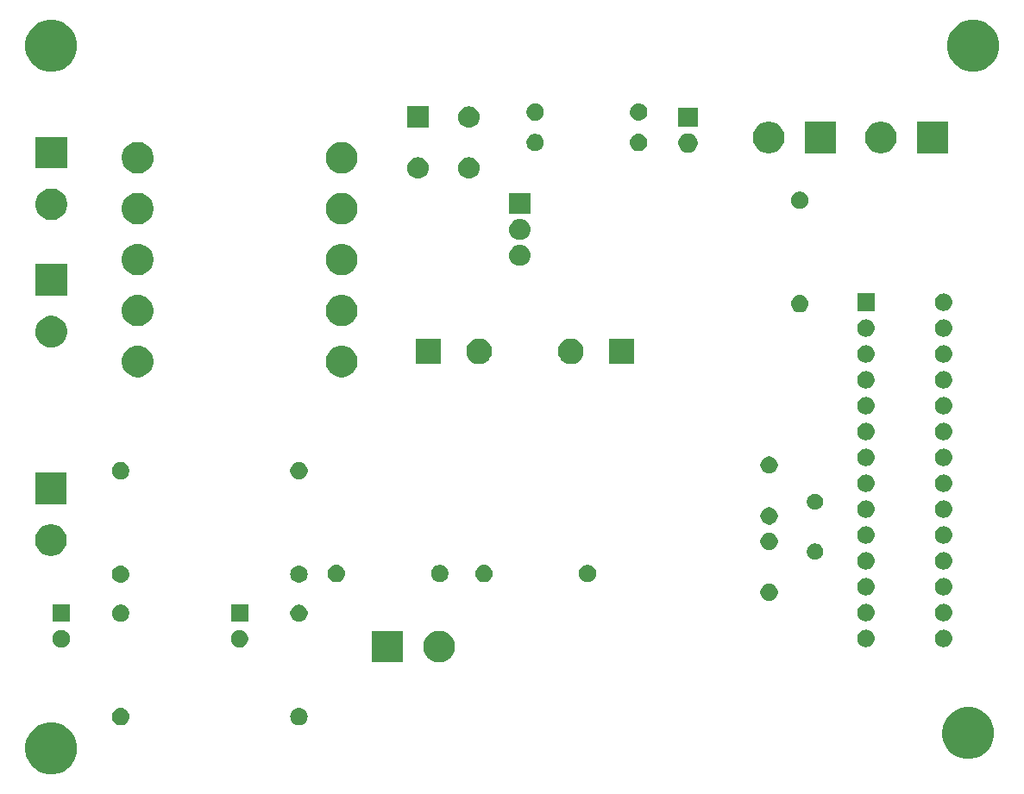
<source format=gbs>
G04 #@! TF.GenerationSoftware,KiCad,Pcbnew,5.0.2+dfsg1-1+deb10u1*
G04 #@! TF.CreationDate,2023-11-23T01:19:21+01:00*
G04 #@! TF.ProjectId,Routeur solaire v2,526f7574-6575-4722-9073-6f6c61697265,rev?*
G04 #@! TF.SameCoordinates,Original*
G04 #@! TF.FileFunction,Soldermask,Bot*
G04 #@! TF.FilePolarity,Negative*
%FSLAX46Y46*%
G04 Gerber Fmt 4.6, Leading zero omitted, Abs format (unit mm)*
G04 Created by KiCad (PCBNEW 5.0.2+dfsg1-1+deb10u1) date jeu. 23 nov. 2023 01:19:21 CET*
%MOMM*%
%LPD*%
G01*
G04 APERTURE LIST*
%ADD10C,0.150000*%
G04 APERTURE END LIST*
D10*
G36*
X40744096Y-117547033D02*
X40744098Y-117547034D01*
X40744099Y-117547034D01*
X41208352Y-117739333D01*
X41624284Y-118017250D01*
X41626171Y-118018511D01*
X41981489Y-118373829D01*
X41981491Y-118373832D01*
X42260667Y-118791648D01*
X42448076Y-119244096D01*
X42452967Y-119255904D01*
X42551000Y-119748747D01*
X42551000Y-120251253D01*
X42505203Y-120481491D01*
X42452966Y-120744099D01*
X42260667Y-121208352D01*
X41982750Y-121624284D01*
X41981489Y-121626171D01*
X41626171Y-121981489D01*
X41626168Y-121981491D01*
X41208352Y-122260667D01*
X40744099Y-122452966D01*
X40744098Y-122452966D01*
X40744096Y-122452967D01*
X40251253Y-122551000D01*
X39748747Y-122551000D01*
X39255904Y-122452967D01*
X39255902Y-122452966D01*
X39255901Y-122452966D01*
X38791648Y-122260667D01*
X38373832Y-121981491D01*
X38373829Y-121981489D01*
X38018511Y-121626171D01*
X38017250Y-121624284D01*
X37739333Y-121208352D01*
X37547034Y-120744099D01*
X37494798Y-120481491D01*
X37449000Y-120251253D01*
X37449000Y-119748747D01*
X37547033Y-119255904D01*
X37551924Y-119244096D01*
X37739333Y-118791648D01*
X38018509Y-118373832D01*
X38018511Y-118373829D01*
X38373829Y-118018511D01*
X38375716Y-118017250D01*
X38791648Y-117739333D01*
X39255901Y-117547034D01*
X39255902Y-117547034D01*
X39255904Y-117547033D01*
X39748747Y-117449000D01*
X40251253Y-117449000D01*
X40744096Y-117547033D01*
X40744096Y-117547033D01*
G37*
G36*
X130744096Y-116047033D02*
X130744098Y-116047034D01*
X130744099Y-116047034D01*
X131208352Y-116239333D01*
X131624284Y-116517250D01*
X131626171Y-116518511D01*
X131981489Y-116873829D01*
X131981491Y-116873832D01*
X132260667Y-117291648D01*
X132452966Y-117755901D01*
X132452967Y-117755904D01*
X132505203Y-118018511D01*
X132551000Y-118248748D01*
X132551000Y-118751252D01*
X132452966Y-119244099D01*
X132260667Y-119708352D01*
X131982750Y-120124284D01*
X131981489Y-120126171D01*
X131626171Y-120481489D01*
X131626168Y-120481491D01*
X131208352Y-120760667D01*
X130744099Y-120952966D01*
X130744098Y-120952966D01*
X130744096Y-120952967D01*
X130251253Y-121051000D01*
X129748747Y-121051000D01*
X129255904Y-120952967D01*
X129255902Y-120952966D01*
X129255901Y-120952966D01*
X128791648Y-120760667D01*
X128373832Y-120481491D01*
X128373829Y-120481489D01*
X128018511Y-120126171D01*
X128017250Y-120124284D01*
X127739333Y-119708352D01*
X127547034Y-119244099D01*
X127449000Y-118751252D01*
X127449000Y-118248748D01*
X127494797Y-118018511D01*
X127547033Y-117755904D01*
X127547034Y-117755901D01*
X127739333Y-117291648D01*
X128018509Y-116873832D01*
X128018511Y-116873829D01*
X128373829Y-116518511D01*
X128375716Y-116517250D01*
X128791648Y-116239333D01*
X129255901Y-116047034D01*
X129255902Y-116047034D01*
X129255904Y-116047033D01*
X129748747Y-115949000D01*
X130251253Y-115949000D01*
X130744096Y-116047033D01*
X130744096Y-116047033D01*
G37*
G36*
X64483679Y-116054526D02*
X64483682Y-116054527D01*
X64483683Y-116054527D01*
X64644097Y-116103188D01*
X64644099Y-116103189D01*
X64644102Y-116103190D01*
X64791936Y-116182208D01*
X64921517Y-116288554D01*
X65027863Y-116418135D01*
X65106881Y-116565969D01*
X65155545Y-116726392D01*
X65171975Y-116893213D01*
X65155545Y-117060034D01*
X65106881Y-117220457D01*
X65027863Y-117368291D01*
X64921517Y-117497872D01*
X64791936Y-117604218D01*
X64644102Y-117683236D01*
X64644099Y-117683237D01*
X64644097Y-117683238D01*
X64483683Y-117731899D01*
X64483682Y-117731899D01*
X64483679Y-117731900D01*
X64358662Y-117744213D01*
X64275054Y-117744213D01*
X64150037Y-117731900D01*
X64150034Y-117731899D01*
X64150033Y-117731899D01*
X63989619Y-117683238D01*
X63989617Y-117683237D01*
X63989614Y-117683236D01*
X63841780Y-117604218D01*
X63712199Y-117497872D01*
X63605853Y-117368291D01*
X63526835Y-117220457D01*
X63478171Y-117060034D01*
X63461741Y-116893213D01*
X63478171Y-116726392D01*
X63526835Y-116565969D01*
X63605853Y-116418135D01*
X63712199Y-116288554D01*
X63841780Y-116182208D01*
X63989614Y-116103190D01*
X63989617Y-116103189D01*
X63989619Y-116103188D01*
X64150033Y-116054527D01*
X64150034Y-116054527D01*
X64150037Y-116054526D01*
X64275054Y-116042213D01*
X64358662Y-116042213D01*
X64483679Y-116054526D01*
X64483679Y-116054526D01*
G37*
G36*
X46983679Y-116054526D02*
X46983682Y-116054527D01*
X46983683Y-116054527D01*
X47144097Y-116103188D01*
X47144099Y-116103189D01*
X47144102Y-116103190D01*
X47291936Y-116182208D01*
X47421517Y-116288554D01*
X47527863Y-116418135D01*
X47606881Y-116565969D01*
X47655545Y-116726392D01*
X47671975Y-116893213D01*
X47655545Y-117060034D01*
X47606881Y-117220457D01*
X47527863Y-117368291D01*
X47421517Y-117497872D01*
X47291936Y-117604218D01*
X47144102Y-117683236D01*
X47144099Y-117683237D01*
X47144097Y-117683238D01*
X46983683Y-117731899D01*
X46983682Y-117731899D01*
X46983679Y-117731900D01*
X46858662Y-117744213D01*
X46775054Y-117744213D01*
X46650037Y-117731900D01*
X46650034Y-117731899D01*
X46650033Y-117731899D01*
X46489619Y-117683238D01*
X46489617Y-117683237D01*
X46489614Y-117683236D01*
X46341780Y-117604218D01*
X46212199Y-117497872D01*
X46105853Y-117368291D01*
X46026835Y-117220457D01*
X45978171Y-117060034D01*
X45961741Y-116893213D01*
X45978171Y-116726392D01*
X46026835Y-116565969D01*
X46105853Y-116418135D01*
X46212199Y-116288554D01*
X46341780Y-116182208D01*
X46489614Y-116103190D01*
X46489617Y-116103189D01*
X46489619Y-116103188D01*
X46650033Y-116054527D01*
X46650034Y-116054527D01*
X46650037Y-116054526D01*
X46775054Y-116042213D01*
X46858662Y-116042213D01*
X46983679Y-116054526D01*
X46983679Y-116054526D01*
G37*
G36*
X74551000Y-111551000D02*
X71449000Y-111551000D01*
X71449000Y-108449000D01*
X74551000Y-108449000D01*
X74551000Y-111551000D01*
X74551000Y-111551000D01*
G37*
G36*
X78424599Y-108487159D02*
X78532410Y-108508604D01*
X78814674Y-108625521D01*
X79068705Y-108795259D01*
X79284741Y-109011295D01*
X79454479Y-109265326D01*
X79571396Y-109547590D01*
X79631000Y-109847240D01*
X79631000Y-110152760D01*
X79571396Y-110452410D01*
X79454479Y-110734674D01*
X79284741Y-110988705D01*
X79068705Y-111204741D01*
X78814674Y-111374479D01*
X78532410Y-111491396D01*
X78432527Y-111511264D01*
X78232762Y-111551000D01*
X77927238Y-111551000D01*
X77727473Y-111511264D01*
X77627590Y-111491396D01*
X77345326Y-111374479D01*
X77091295Y-111204741D01*
X76875259Y-110988705D01*
X76705521Y-110734674D01*
X76588604Y-110452410D01*
X76529000Y-110152760D01*
X76529000Y-109847240D01*
X76588604Y-109547590D01*
X76705521Y-109265326D01*
X76875259Y-109011295D01*
X77091295Y-108795259D01*
X77345326Y-108625521D01*
X77627590Y-108508604D01*
X77735401Y-108487159D01*
X77927238Y-108449000D01*
X78232762Y-108449000D01*
X78424599Y-108487159D01*
X78424599Y-108487159D01*
G37*
G36*
X58728601Y-108414916D02*
X58883473Y-108479066D01*
X59022854Y-108572198D01*
X59141388Y-108690732D01*
X59234520Y-108830113D01*
X59298670Y-108984985D01*
X59331373Y-109149397D01*
X59331373Y-109317029D01*
X59298670Y-109481441D01*
X59234520Y-109636313D01*
X59141388Y-109775694D01*
X59022854Y-109894228D01*
X58883473Y-109987360D01*
X58728601Y-110051510D01*
X58564189Y-110084213D01*
X58396557Y-110084213D01*
X58232145Y-110051510D01*
X58077273Y-109987360D01*
X57937892Y-109894228D01*
X57819358Y-109775694D01*
X57726226Y-109636313D01*
X57662076Y-109481441D01*
X57629373Y-109317029D01*
X57629373Y-109149397D01*
X57662076Y-108984985D01*
X57726226Y-108830113D01*
X57819358Y-108690732D01*
X57937892Y-108572198D01*
X58077273Y-108479066D01*
X58232145Y-108414916D01*
X58396557Y-108382213D01*
X58564189Y-108382213D01*
X58728601Y-108414916D01*
X58728601Y-108414916D01*
G37*
G36*
X41228601Y-108414916D02*
X41383473Y-108479066D01*
X41522854Y-108572198D01*
X41641388Y-108690732D01*
X41734520Y-108830113D01*
X41798670Y-108984985D01*
X41831373Y-109149397D01*
X41831373Y-109317029D01*
X41798670Y-109481441D01*
X41734520Y-109636313D01*
X41641388Y-109775694D01*
X41522854Y-109894228D01*
X41383473Y-109987360D01*
X41228601Y-110051510D01*
X41064189Y-110084213D01*
X40896557Y-110084213D01*
X40732145Y-110051510D01*
X40577273Y-109987360D01*
X40437892Y-109894228D01*
X40319358Y-109775694D01*
X40226226Y-109636313D01*
X40162076Y-109481441D01*
X40129373Y-109317029D01*
X40129373Y-109149397D01*
X40162076Y-108984985D01*
X40226226Y-108830113D01*
X40319358Y-108690732D01*
X40437892Y-108572198D01*
X40577273Y-108479066D01*
X40732145Y-108414916D01*
X40896557Y-108382213D01*
X41064189Y-108382213D01*
X41228601Y-108414916D01*
X41228601Y-108414916D01*
G37*
G36*
X120129027Y-108359477D02*
X120129030Y-108359478D01*
X120129031Y-108359478D01*
X120289445Y-108408139D01*
X120289447Y-108408140D01*
X120289450Y-108408141D01*
X120437284Y-108487159D01*
X120566865Y-108593505D01*
X120673211Y-108723086D01*
X120752229Y-108870920D01*
X120752230Y-108870923D01*
X120752231Y-108870925D01*
X120800892Y-109031339D01*
X120800893Y-109031343D01*
X120817323Y-109198164D01*
X120800893Y-109364985D01*
X120800892Y-109364988D01*
X120800892Y-109364989D01*
X120765567Y-109481441D01*
X120752229Y-109525408D01*
X120673211Y-109673242D01*
X120566865Y-109802823D01*
X120437284Y-109909169D01*
X120289450Y-109988187D01*
X120289447Y-109988188D01*
X120289445Y-109988189D01*
X120129031Y-110036850D01*
X120129030Y-110036850D01*
X120129027Y-110036851D01*
X120004010Y-110049164D01*
X119920402Y-110049164D01*
X119795385Y-110036851D01*
X119795382Y-110036850D01*
X119795381Y-110036850D01*
X119634967Y-109988189D01*
X119634965Y-109988188D01*
X119634962Y-109988187D01*
X119487128Y-109909169D01*
X119357547Y-109802823D01*
X119251201Y-109673242D01*
X119172183Y-109525408D01*
X119158846Y-109481441D01*
X119123520Y-109364989D01*
X119123520Y-109364988D01*
X119123519Y-109364985D01*
X119107089Y-109198164D01*
X119123519Y-109031343D01*
X119123520Y-109031339D01*
X119172181Y-108870925D01*
X119172182Y-108870923D01*
X119172183Y-108870920D01*
X119251201Y-108723086D01*
X119357547Y-108593505D01*
X119487128Y-108487159D01*
X119634962Y-108408141D01*
X119634965Y-108408140D01*
X119634967Y-108408139D01*
X119795381Y-108359478D01*
X119795382Y-108359478D01*
X119795385Y-108359477D01*
X119920402Y-108347164D01*
X120004010Y-108347164D01*
X120129027Y-108359477D01*
X120129027Y-108359477D01*
G37*
G36*
X127749027Y-108359477D02*
X127749030Y-108359478D01*
X127749031Y-108359478D01*
X127909445Y-108408139D01*
X127909447Y-108408140D01*
X127909450Y-108408141D01*
X128057284Y-108487159D01*
X128186865Y-108593505D01*
X128293211Y-108723086D01*
X128372229Y-108870920D01*
X128372230Y-108870923D01*
X128372231Y-108870925D01*
X128420892Y-109031339D01*
X128420893Y-109031343D01*
X128437323Y-109198164D01*
X128420893Y-109364985D01*
X128420892Y-109364988D01*
X128420892Y-109364989D01*
X128385567Y-109481441D01*
X128372229Y-109525408D01*
X128293211Y-109673242D01*
X128186865Y-109802823D01*
X128057284Y-109909169D01*
X127909450Y-109988187D01*
X127909447Y-109988188D01*
X127909445Y-109988189D01*
X127749031Y-110036850D01*
X127749030Y-110036850D01*
X127749027Y-110036851D01*
X127624010Y-110049164D01*
X127540402Y-110049164D01*
X127415385Y-110036851D01*
X127415382Y-110036850D01*
X127415381Y-110036850D01*
X127254967Y-109988189D01*
X127254965Y-109988188D01*
X127254962Y-109988187D01*
X127107128Y-109909169D01*
X126977547Y-109802823D01*
X126871201Y-109673242D01*
X126792183Y-109525408D01*
X126778846Y-109481441D01*
X126743520Y-109364989D01*
X126743520Y-109364988D01*
X126743519Y-109364985D01*
X126727089Y-109198164D01*
X126743519Y-109031343D01*
X126743520Y-109031339D01*
X126792181Y-108870925D01*
X126792182Y-108870923D01*
X126792183Y-108870920D01*
X126871201Y-108723086D01*
X126977547Y-108593505D01*
X127107128Y-108487159D01*
X127254962Y-108408141D01*
X127254965Y-108408140D01*
X127254967Y-108408139D01*
X127415381Y-108359478D01*
X127415382Y-108359478D01*
X127415385Y-108359477D01*
X127540402Y-108347164D01*
X127624010Y-108347164D01*
X127749027Y-108359477D01*
X127749027Y-108359477D01*
G37*
G36*
X64565086Y-105914916D02*
X64719958Y-105979066D01*
X64859339Y-106072198D01*
X64977873Y-106190732D01*
X65071005Y-106330113D01*
X65135155Y-106484985D01*
X65167858Y-106649397D01*
X65167858Y-106817029D01*
X65135155Y-106981441D01*
X65071005Y-107136313D01*
X64977873Y-107275694D01*
X64859339Y-107394228D01*
X64719958Y-107487360D01*
X64565086Y-107551510D01*
X64400674Y-107584213D01*
X64233042Y-107584213D01*
X64068630Y-107551510D01*
X63913758Y-107487360D01*
X63774377Y-107394228D01*
X63655843Y-107275694D01*
X63562711Y-107136313D01*
X63498561Y-106981441D01*
X63465858Y-106817029D01*
X63465858Y-106649397D01*
X63498561Y-106484985D01*
X63562711Y-106330113D01*
X63655843Y-106190732D01*
X63774377Y-106072198D01*
X63913758Y-105979066D01*
X64068630Y-105914916D01*
X64233042Y-105882213D01*
X64400674Y-105882213D01*
X64565086Y-105914916D01*
X64565086Y-105914916D01*
G37*
G36*
X47065086Y-105914916D02*
X47219958Y-105979066D01*
X47359339Y-106072198D01*
X47477873Y-106190732D01*
X47571005Y-106330113D01*
X47635155Y-106484985D01*
X47667858Y-106649397D01*
X47667858Y-106817029D01*
X47635155Y-106981441D01*
X47571005Y-107136313D01*
X47477873Y-107275694D01*
X47359339Y-107394228D01*
X47219958Y-107487360D01*
X47065086Y-107551510D01*
X46900674Y-107584213D01*
X46733042Y-107584213D01*
X46568630Y-107551510D01*
X46413758Y-107487360D01*
X46274377Y-107394228D01*
X46155843Y-107275694D01*
X46062711Y-107136313D01*
X45998561Y-106981441D01*
X45965858Y-106817029D01*
X45965858Y-106649397D01*
X45998561Y-106484985D01*
X46062711Y-106330113D01*
X46155843Y-106190732D01*
X46274377Y-106072198D01*
X46413758Y-105979066D01*
X46568630Y-105914916D01*
X46733042Y-105882213D01*
X46900674Y-105882213D01*
X47065086Y-105914916D01*
X47065086Y-105914916D01*
G37*
G36*
X59331373Y-107584213D02*
X57629373Y-107584213D01*
X57629373Y-105882213D01*
X59331373Y-105882213D01*
X59331373Y-107584213D01*
X59331373Y-107584213D01*
G37*
G36*
X41831373Y-107584213D02*
X40129373Y-107584213D01*
X40129373Y-105882213D01*
X41831373Y-105882213D01*
X41831373Y-107584213D01*
X41831373Y-107584213D01*
G37*
G36*
X127749027Y-105819477D02*
X127749030Y-105819478D01*
X127749031Y-105819478D01*
X127909445Y-105868139D01*
X127909447Y-105868140D01*
X127909450Y-105868141D01*
X128057284Y-105947159D01*
X128186865Y-106053505D01*
X128293211Y-106183086D01*
X128372229Y-106330920D01*
X128372230Y-106330923D01*
X128372231Y-106330925D01*
X128420892Y-106491339D01*
X128420893Y-106491343D01*
X128437323Y-106658164D01*
X128420893Y-106824985D01*
X128420892Y-106824988D01*
X128420892Y-106824989D01*
X128373433Y-106981441D01*
X128372229Y-106985408D01*
X128293211Y-107133242D01*
X128186865Y-107262823D01*
X128057284Y-107369169D01*
X127909450Y-107448187D01*
X127909447Y-107448188D01*
X127909445Y-107448189D01*
X127749031Y-107496850D01*
X127749030Y-107496850D01*
X127749027Y-107496851D01*
X127624010Y-107509164D01*
X127540402Y-107509164D01*
X127415385Y-107496851D01*
X127415382Y-107496850D01*
X127415381Y-107496850D01*
X127254967Y-107448189D01*
X127254965Y-107448188D01*
X127254962Y-107448187D01*
X127107128Y-107369169D01*
X126977547Y-107262823D01*
X126871201Y-107133242D01*
X126792183Y-106985408D01*
X126790980Y-106981441D01*
X126743520Y-106824989D01*
X126743520Y-106824988D01*
X126743519Y-106824985D01*
X126727089Y-106658164D01*
X126743519Y-106491343D01*
X126743520Y-106491339D01*
X126792181Y-106330925D01*
X126792182Y-106330923D01*
X126792183Y-106330920D01*
X126871201Y-106183086D01*
X126977547Y-106053505D01*
X127107128Y-105947159D01*
X127254962Y-105868141D01*
X127254965Y-105868140D01*
X127254967Y-105868139D01*
X127415381Y-105819478D01*
X127415382Y-105819478D01*
X127415385Y-105819477D01*
X127540402Y-105807164D01*
X127624010Y-105807164D01*
X127749027Y-105819477D01*
X127749027Y-105819477D01*
G37*
G36*
X120129027Y-105819477D02*
X120129030Y-105819478D01*
X120129031Y-105819478D01*
X120289445Y-105868139D01*
X120289447Y-105868140D01*
X120289450Y-105868141D01*
X120437284Y-105947159D01*
X120566865Y-106053505D01*
X120673211Y-106183086D01*
X120752229Y-106330920D01*
X120752230Y-106330923D01*
X120752231Y-106330925D01*
X120800892Y-106491339D01*
X120800893Y-106491343D01*
X120817323Y-106658164D01*
X120800893Y-106824985D01*
X120800892Y-106824988D01*
X120800892Y-106824989D01*
X120753433Y-106981441D01*
X120752229Y-106985408D01*
X120673211Y-107133242D01*
X120566865Y-107262823D01*
X120437284Y-107369169D01*
X120289450Y-107448187D01*
X120289447Y-107448188D01*
X120289445Y-107448189D01*
X120129031Y-107496850D01*
X120129030Y-107496850D01*
X120129027Y-107496851D01*
X120004010Y-107509164D01*
X119920402Y-107509164D01*
X119795385Y-107496851D01*
X119795382Y-107496850D01*
X119795381Y-107496850D01*
X119634967Y-107448189D01*
X119634965Y-107448188D01*
X119634962Y-107448187D01*
X119487128Y-107369169D01*
X119357547Y-107262823D01*
X119251201Y-107133242D01*
X119172183Y-106985408D01*
X119170980Y-106981441D01*
X119123520Y-106824989D01*
X119123520Y-106824988D01*
X119123519Y-106824985D01*
X119107089Y-106658164D01*
X119123519Y-106491343D01*
X119123520Y-106491339D01*
X119172181Y-106330925D01*
X119172182Y-106330923D01*
X119172183Y-106330920D01*
X119251201Y-106183086D01*
X119357547Y-106053505D01*
X119487128Y-105947159D01*
X119634962Y-105868141D01*
X119634965Y-105868140D01*
X119634967Y-105868139D01*
X119795381Y-105819478D01*
X119795382Y-105819478D01*
X119795385Y-105819477D01*
X119920402Y-105807164D01*
X120004010Y-105807164D01*
X120129027Y-105819477D01*
X120129027Y-105819477D01*
G37*
G36*
X110710434Y-103859867D02*
X110865306Y-103924017D01*
X111004687Y-104017149D01*
X111123221Y-104135683D01*
X111216353Y-104275064D01*
X111280503Y-104429936D01*
X111313206Y-104594348D01*
X111313206Y-104761980D01*
X111280503Y-104926392D01*
X111216353Y-105081264D01*
X111123221Y-105220645D01*
X111004687Y-105339179D01*
X110865306Y-105432311D01*
X110710434Y-105496461D01*
X110546022Y-105529164D01*
X110378390Y-105529164D01*
X110213978Y-105496461D01*
X110059106Y-105432311D01*
X109919725Y-105339179D01*
X109801191Y-105220645D01*
X109708059Y-105081264D01*
X109643909Y-104926392D01*
X109611206Y-104761980D01*
X109611206Y-104594348D01*
X109643909Y-104429936D01*
X109708059Y-104275064D01*
X109801191Y-104135683D01*
X109919725Y-104017149D01*
X110059106Y-103924017D01*
X110213978Y-103859867D01*
X110378390Y-103827164D01*
X110546022Y-103827164D01*
X110710434Y-103859867D01*
X110710434Y-103859867D01*
G37*
G36*
X127749027Y-103279477D02*
X127749030Y-103279478D01*
X127749031Y-103279478D01*
X127909445Y-103328139D01*
X127909447Y-103328140D01*
X127909450Y-103328141D01*
X128057284Y-103407159D01*
X128186865Y-103513505D01*
X128293211Y-103643086D01*
X128372229Y-103790920D01*
X128372230Y-103790923D01*
X128372231Y-103790925D01*
X128412604Y-103924017D01*
X128420893Y-103951343D01*
X128437323Y-104118164D01*
X128420893Y-104284985D01*
X128420892Y-104284988D01*
X128420892Y-104284989D01*
X128376923Y-104429936D01*
X128372229Y-104445408D01*
X128293211Y-104593242D01*
X128186865Y-104722823D01*
X128057284Y-104829169D01*
X127909450Y-104908187D01*
X127909447Y-104908188D01*
X127909445Y-104908189D01*
X127749031Y-104956850D01*
X127749030Y-104956850D01*
X127749027Y-104956851D01*
X127624010Y-104969164D01*
X127540402Y-104969164D01*
X127415385Y-104956851D01*
X127415382Y-104956850D01*
X127415381Y-104956850D01*
X127254967Y-104908189D01*
X127254965Y-104908188D01*
X127254962Y-104908187D01*
X127107128Y-104829169D01*
X126977547Y-104722823D01*
X126871201Y-104593242D01*
X126792183Y-104445408D01*
X126787490Y-104429936D01*
X126743520Y-104284989D01*
X126743520Y-104284988D01*
X126743519Y-104284985D01*
X126727089Y-104118164D01*
X126743519Y-103951343D01*
X126751808Y-103924017D01*
X126792181Y-103790925D01*
X126792182Y-103790923D01*
X126792183Y-103790920D01*
X126871201Y-103643086D01*
X126977547Y-103513505D01*
X127107128Y-103407159D01*
X127254962Y-103328141D01*
X127254965Y-103328140D01*
X127254967Y-103328139D01*
X127415381Y-103279478D01*
X127415382Y-103279478D01*
X127415385Y-103279477D01*
X127540402Y-103267164D01*
X127624010Y-103267164D01*
X127749027Y-103279477D01*
X127749027Y-103279477D01*
G37*
G36*
X120129027Y-103279477D02*
X120129030Y-103279478D01*
X120129031Y-103279478D01*
X120289445Y-103328139D01*
X120289447Y-103328140D01*
X120289450Y-103328141D01*
X120437284Y-103407159D01*
X120566865Y-103513505D01*
X120673211Y-103643086D01*
X120752229Y-103790920D01*
X120752230Y-103790923D01*
X120752231Y-103790925D01*
X120792604Y-103924017D01*
X120800893Y-103951343D01*
X120817323Y-104118164D01*
X120800893Y-104284985D01*
X120800892Y-104284988D01*
X120800892Y-104284989D01*
X120756923Y-104429936D01*
X120752229Y-104445408D01*
X120673211Y-104593242D01*
X120566865Y-104722823D01*
X120437284Y-104829169D01*
X120289450Y-104908187D01*
X120289447Y-104908188D01*
X120289445Y-104908189D01*
X120129031Y-104956850D01*
X120129030Y-104956850D01*
X120129027Y-104956851D01*
X120004010Y-104969164D01*
X119920402Y-104969164D01*
X119795385Y-104956851D01*
X119795382Y-104956850D01*
X119795381Y-104956850D01*
X119634967Y-104908189D01*
X119634965Y-104908188D01*
X119634962Y-104908187D01*
X119487128Y-104829169D01*
X119357547Y-104722823D01*
X119251201Y-104593242D01*
X119172183Y-104445408D01*
X119167490Y-104429936D01*
X119123520Y-104284989D01*
X119123520Y-104284988D01*
X119123519Y-104284985D01*
X119107089Y-104118164D01*
X119123519Y-103951343D01*
X119131808Y-103924017D01*
X119172181Y-103790925D01*
X119172182Y-103790923D01*
X119172183Y-103790920D01*
X119251201Y-103643086D01*
X119357547Y-103513505D01*
X119487128Y-103407159D01*
X119634962Y-103328141D01*
X119634965Y-103328140D01*
X119634967Y-103328139D01*
X119795381Y-103279478D01*
X119795382Y-103279478D01*
X119795385Y-103279477D01*
X119920402Y-103267164D01*
X120004010Y-103267164D01*
X120129027Y-103279477D01*
X120129027Y-103279477D01*
G37*
G36*
X46983679Y-102054526D02*
X46983682Y-102054527D01*
X46983683Y-102054527D01*
X47144097Y-102103188D01*
X47144099Y-102103189D01*
X47144102Y-102103190D01*
X47291936Y-102182208D01*
X47421517Y-102288554D01*
X47527863Y-102418135D01*
X47606881Y-102565969D01*
X47606882Y-102565972D01*
X47606883Y-102565974D01*
X47636052Y-102662131D01*
X47655545Y-102726392D01*
X47671975Y-102893213D01*
X47655545Y-103060034D01*
X47655544Y-103060037D01*
X47655544Y-103060038D01*
X47626375Y-103156196D01*
X47606881Y-103220457D01*
X47527863Y-103368291D01*
X47421517Y-103497872D01*
X47291936Y-103604218D01*
X47144102Y-103683236D01*
X47144099Y-103683237D01*
X47144097Y-103683238D01*
X46983683Y-103731899D01*
X46983682Y-103731899D01*
X46983679Y-103731900D01*
X46858662Y-103744213D01*
X46775054Y-103744213D01*
X46650037Y-103731900D01*
X46650034Y-103731899D01*
X46650033Y-103731899D01*
X46489619Y-103683238D01*
X46489617Y-103683237D01*
X46489614Y-103683236D01*
X46341780Y-103604218D01*
X46212199Y-103497872D01*
X46105853Y-103368291D01*
X46026835Y-103220457D01*
X46007342Y-103156196D01*
X45978172Y-103060038D01*
X45978172Y-103060037D01*
X45978171Y-103060034D01*
X45961741Y-102893213D01*
X45978171Y-102726392D01*
X45997664Y-102662131D01*
X46026833Y-102565974D01*
X46026834Y-102565972D01*
X46026835Y-102565969D01*
X46105853Y-102418135D01*
X46212199Y-102288554D01*
X46341780Y-102182208D01*
X46489614Y-102103190D01*
X46489617Y-102103189D01*
X46489619Y-102103188D01*
X46650033Y-102054527D01*
X46650034Y-102054527D01*
X46650037Y-102054526D01*
X46775054Y-102042213D01*
X46858662Y-102042213D01*
X46983679Y-102054526D01*
X46983679Y-102054526D01*
G37*
G36*
X64483679Y-102054526D02*
X64483682Y-102054527D01*
X64483683Y-102054527D01*
X64644097Y-102103188D01*
X64644099Y-102103189D01*
X64644102Y-102103190D01*
X64791936Y-102182208D01*
X64921517Y-102288554D01*
X65027863Y-102418135D01*
X65106881Y-102565969D01*
X65106882Y-102565972D01*
X65106883Y-102565974D01*
X65136052Y-102662131D01*
X65155545Y-102726392D01*
X65171975Y-102893213D01*
X65155545Y-103060034D01*
X65155544Y-103060037D01*
X65155544Y-103060038D01*
X65126375Y-103156196D01*
X65106881Y-103220457D01*
X65027863Y-103368291D01*
X64921517Y-103497872D01*
X64791936Y-103604218D01*
X64644102Y-103683236D01*
X64644099Y-103683237D01*
X64644097Y-103683238D01*
X64483683Y-103731899D01*
X64483682Y-103731899D01*
X64483679Y-103731900D01*
X64358662Y-103744213D01*
X64275054Y-103744213D01*
X64150037Y-103731900D01*
X64150034Y-103731899D01*
X64150033Y-103731899D01*
X63989619Y-103683238D01*
X63989617Y-103683237D01*
X63989614Y-103683236D01*
X63841780Y-103604218D01*
X63712199Y-103497872D01*
X63605853Y-103368291D01*
X63526835Y-103220457D01*
X63507342Y-103156196D01*
X63478172Y-103060038D01*
X63478172Y-103060037D01*
X63478171Y-103060034D01*
X63461741Y-102893213D01*
X63478171Y-102726392D01*
X63497664Y-102662131D01*
X63526833Y-102565974D01*
X63526834Y-102565972D01*
X63526835Y-102565969D01*
X63605853Y-102418135D01*
X63712199Y-102288554D01*
X63841780Y-102182208D01*
X63989614Y-102103190D01*
X63989617Y-102103189D01*
X63989619Y-102103188D01*
X64150033Y-102054527D01*
X64150034Y-102054527D01*
X64150037Y-102054526D01*
X64275054Y-102042213D01*
X64358662Y-102042213D01*
X64483679Y-102054526D01*
X64483679Y-102054526D01*
G37*
G36*
X82642394Y-101990265D02*
X82642397Y-101990266D01*
X82642398Y-101990266D01*
X82802812Y-102038927D01*
X82802814Y-102038928D01*
X82802817Y-102038929D01*
X82950651Y-102117947D01*
X83080232Y-102224293D01*
X83186578Y-102353874D01*
X83265596Y-102501708D01*
X83265597Y-102501711D01*
X83265598Y-102501713D01*
X83314259Y-102662127D01*
X83314260Y-102662131D01*
X83330690Y-102828952D01*
X83314260Y-102995773D01*
X83314259Y-102995776D01*
X83314259Y-102995777D01*
X83289566Y-103077180D01*
X83265596Y-103156196D01*
X83186578Y-103304030D01*
X83080232Y-103433611D01*
X82950651Y-103539957D01*
X82802817Y-103618975D01*
X82802814Y-103618976D01*
X82802812Y-103618977D01*
X82642398Y-103667638D01*
X82642397Y-103667638D01*
X82642394Y-103667639D01*
X82517377Y-103679952D01*
X82433769Y-103679952D01*
X82308752Y-103667639D01*
X82308749Y-103667638D01*
X82308748Y-103667638D01*
X82148334Y-103618977D01*
X82148332Y-103618976D01*
X82148329Y-103618975D01*
X82000495Y-103539957D01*
X81870914Y-103433611D01*
X81764568Y-103304030D01*
X81685550Y-103156196D01*
X81661581Y-103077180D01*
X81636887Y-102995777D01*
X81636887Y-102995776D01*
X81636886Y-102995773D01*
X81620456Y-102828952D01*
X81636886Y-102662131D01*
X81636887Y-102662127D01*
X81685548Y-102501713D01*
X81685549Y-102501711D01*
X81685550Y-102501708D01*
X81764568Y-102353874D01*
X81870914Y-102224293D01*
X82000495Y-102117947D01*
X82148329Y-102038929D01*
X82148332Y-102038928D01*
X82148334Y-102038927D01*
X82308748Y-101990266D01*
X82308749Y-101990266D01*
X82308752Y-101990265D01*
X82433769Y-101977952D01*
X82517377Y-101977952D01*
X82642394Y-101990265D01*
X82642394Y-101990265D01*
G37*
G36*
X78383801Y-102010655D02*
X78538673Y-102074805D01*
X78678054Y-102167937D01*
X78796588Y-102286471D01*
X78889720Y-102425852D01*
X78953870Y-102580724D01*
X78986573Y-102745136D01*
X78986573Y-102912768D01*
X78953870Y-103077180D01*
X78889720Y-103232052D01*
X78796588Y-103371433D01*
X78678054Y-103489967D01*
X78538673Y-103583099D01*
X78383801Y-103647249D01*
X78219389Y-103679952D01*
X78051757Y-103679952D01*
X77887345Y-103647249D01*
X77732473Y-103583099D01*
X77593092Y-103489967D01*
X77474558Y-103371433D01*
X77381426Y-103232052D01*
X77317276Y-103077180D01*
X77284573Y-102912768D01*
X77284573Y-102745136D01*
X77317276Y-102580724D01*
X77381426Y-102425852D01*
X77474558Y-102286471D01*
X77593092Y-102167937D01*
X77732473Y-102074805D01*
X77887345Y-102010655D01*
X78051757Y-101977952D01*
X78219389Y-101977952D01*
X78383801Y-102010655D01*
X78383801Y-102010655D01*
G37*
G36*
X92883801Y-102010655D02*
X93038673Y-102074805D01*
X93178054Y-102167937D01*
X93296588Y-102286471D01*
X93389720Y-102425852D01*
X93453870Y-102580724D01*
X93486573Y-102745136D01*
X93486573Y-102912768D01*
X93453870Y-103077180D01*
X93389720Y-103232052D01*
X93296588Y-103371433D01*
X93178054Y-103489967D01*
X93038673Y-103583099D01*
X92883801Y-103647249D01*
X92719389Y-103679952D01*
X92551757Y-103679952D01*
X92387345Y-103647249D01*
X92232473Y-103583099D01*
X92093092Y-103489967D01*
X91974558Y-103371433D01*
X91881426Y-103232052D01*
X91817276Y-103077180D01*
X91784573Y-102912768D01*
X91784573Y-102745136D01*
X91817276Y-102580724D01*
X91881426Y-102425852D01*
X91974558Y-102286471D01*
X92093092Y-102167937D01*
X92232473Y-102074805D01*
X92387345Y-102010655D01*
X92551757Y-101977952D01*
X92719389Y-101977952D01*
X92883801Y-102010655D01*
X92883801Y-102010655D01*
G37*
G36*
X68142394Y-101990265D02*
X68142397Y-101990266D01*
X68142398Y-101990266D01*
X68302812Y-102038927D01*
X68302814Y-102038928D01*
X68302817Y-102038929D01*
X68450651Y-102117947D01*
X68580232Y-102224293D01*
X68686578Y-102353874D01*
X68765596Y-102501708D01*
X68765597Y-102501711D01*
X68765598Y-102501713D01*
X68814259Y-102662127D01*
X68814260Y-102662131D01*
X68830690Y-102828952D01*
X68814260Y-102995773D01*
X68814259Y-102995776D01*
X68814259Y-102995777D01*
X68789566Y-103077180D01*
X68765596Y-103156196D01*
X68686578Y-103304030D01*
X68580232Y-103433611D01*
X68450651Y-103539957D01*
X68302817Y-103618975D01*
X68302814Y-103618976D01*
X68302812Y-103618977D01*
X68142398Y-103667638D01*
X68142397Y-103667638D01*
X68142394Y-103667639D01*
X68017377Y-103679952D01*
X67933769Y-103679952D01*
X67808752Y-103667639D01*
X67808749Y-103667638D01*
X67808748Y-103667638D01*
X67648334Y-103618977D01*
X67648332Y-103618976D01*
X67648329Y-103618975D01*
X67500495Y-103539957D01*
X67370914Y-103433611D01*
X67264568Y-103304030D01*
X67185550Y-103156196D01*
X67161581Y-103077180D01*
X67136887Y-102995777D01*
X67136887Y-102995776D01*
X67136886Y-102995773D01*
X67120456Y-102828952D01*
X67136886Y-102662131D01*
X67136887Y-102662127D01*
X67185548Y-102501713D01*
X67185549Y-102501711D01*
X67185550Y-102501708D01*
X67264568Y-102353874D01*
X67370914Y-102224293D01*
X67500495Y-102117947D01*
X67648329Y-102038929D01*
X67648332Y-102038928D01*
X67648334Y-102038927D01*
X67808748Y-101990266D01*
X67808749Y-101990266D01*
X67808752Y-101990265D01*
X67933769Y-101977952D01*
X68017377Y-101977952D01*
X68142394Y-101990265D01*
X68142394Y-101990265D01*
G37*
G36*
X120129027Y-100739477D02*
X120129030Y-100739478D01*
X120129031Y-100739478D01*
X120289445Y-100788139D01*
X120289447Y-100788140D01*
X120289450Y-100788141D01*
X120437284Y-100867159D01*
X120566865Y-100973505D01*
X120673211Y-101103086D01*
X120752229Y-101250920D01*
X120752230Y-101250923D01*
X120752231Y-101250925D01*
X120793813Y-101388002D01*
X120800893Y-101411343D01*
X120817323Y-101578164D01*
X120800893Y-101744985D01*
X120752229Y-101905408D01*
X120673211Y-102053242D01*
X120566865Y-102182823D01*
X120437284Y-102289169D01*
X120289450Y-102368187D01*
X120289447Y-102368188D01*
X120289445Y-102368189D01*
X120129031Y-102416850D01*
X120129030Y-102416850D01*
X120129027Y-102416851D01*
X120004010Y-102429164D01*
X119920402Y-102429164D01*
X119795385Y-102416851D01*
X119795382Y-102416850D01*
X119795381Y-102416850D01*
X119634967Y-102368189D01*
X119634965Y-102368188D01*
X119634962Y-102368187D01*
X119487128Y-102289169D01*
X119357547Y-102182823D01*
X119251201Y-102053242D01*
X119172183Y-101905408D01*
X119123519Y-101744985D01*
X119107089Y-101578164D01*
X119123519Y-101411343D01*
X119130599Y-101388002D01*
X119172181Y-101250925D01*
X119172182Y-101250923D01*
X119172183Y-101250920D01*
X119251201Y-101103086D01*
X119357547Y-100973505D01*
X119487128Y-100867159D01*
X119634962Y-100788141D01*
X119634965Y-100788140D01*
X119634967Y-100788139D01*
X119795381Y-100739478D01*
X119795382Y-100739478D01*
X119795385Y-100739477D01*
X119920402Y-100727164D01*
X120004010Y-100727164D01*
X120129027Y-100739477D01*
X120129027Y-100739477D01*
G37*
G36*
X127749027Y-100739477D02*
X127749030Y-100739478D01*
X127749031Y-100739478D01*
X127909445Y-100788139D01*
X127909447Y-100788140D01*
X127909450Y-100788141D01*
X128057284Y-100867159D01*
X128186865Y-100973505D01*
X128293211Y-101103086D01*
X128372229Y-101250920D01*
X128372230Y-101250923D01*
X128372231Y-101250925D01*
X128413813Y-101388002D01*
X128420893Y-101411343D01*
X128437323Y-101578164D01*
X128420893Y-101744985D01*
X128372229Y-101905408D01*
X128293211Y-102053242D01*
X128186865Y-102182823D01*
X128057284Y-102289169D01*
X127909450Y-102368187D01*
X127909447Y-102368188D01*
X127909445Y-102368189D01*
X127749031Y-102416850D01*
X127749030Y-102416850D01*
X127749027Y-102416851D01*
X127624010Y-102429164D01*
X127540402Y-102429164D01*
X127415385Y-102416851D01*
X127415382Y-102416850D01*
X127415381Y-102416850D01*
X127254967Y-102368189D01*
X127254965Y-102368188D01*
X127254962Y-102368187D01*
X127107128Y-102289169D01*
X126977547Y-102182823D01*
X126871201Y-102053242D01*
X126792183Y-101905408D01*
X126743519Y-101744985D01*
X126727089Y-101578164D01*
X126743519Y-101411343D01*
X126750599Y-101388002D01*
X126792181Y-101250925D01*
X126792182Y-101250923D01*
X126792183Y-101250920D01*
X126871201Y-101103086D01*
X126977547Y-100973505D01*
X127107128Y-100867159D01*
X127254962Y-100788141D01*
X127254965Y-100788140D01*
X127254967Y-100788139D01*
X127415381Y-100739478D01*
X127415382Y-100739478D01*
X127415385Y-100739477D01*
X127540402Y-100727164D01*
X127624010Y-100727164D01*
X127749027Y-100739477D01*
X127749027Y-100739477D01*
G37*
G36*
X115195849Y-99907945D02*
X115341621Y-99968326D01*
X115472817Y-100055988D01*
X115584382Y-100167553D01*
X115672044Y-100298749D01*
X115732425Y-100444521D01*
X115763206Y-100599271D01*
X115763206Y-100757057D01*
X115732425Y-100911807D01*
X115672044Y-101057579D01*
X115584382Y-101188775D01*
X115472817Y-101300340D01*
X115341621Y-101388002D01*
X115195849Y-101448383D01*
X115041099Y-101479164D01*
X114883313Y-101479164D01*
X114728563Y-101448383D01*
X114582791Y-101388002D01*
X114451595Y-101300340D01*
X114340030Y-101188775D01*
X114252368Y-101057579D01*
X114191987Y-100911807D01*
X114161206Y-100757057D01*
X114161206Y-100599271D01*
X114191987Y-100444521D01*
X114252368Y-100298749D01*
X114340030Y-100167553D01*
X114451595Y-100055988D01*
X114582791Y-99968326D01*
X114728563Y-99907945D01*
X114883313Y-99877164D01*
X115041099Y-99877164D01*
X115195849Y-99907945D01*
X115195849Y-99907945D01*
G37*
G36*
X40324670Y-98029164D02*
X40432783Y-98050669D01*
X40715047Y-98167586D01*
X40969078Y-98337324D01*
X41185114Y-98553360D01*
X41354852Y-98807391D01*
X41471769Y-99089655D01*
X41491637Y-99189538D01*
X41531373Y-99389303D01*
X41531373Y-99694827D01*
X41518015Y-99761980D01*
X41471769Y-99994475D01*
X41354852Y-100276739D01*
X41185114Y-100530770D01*
X40969078Y-100746806D01*
X40715047Y-100916544D01*
X40432783Y-101033461D01*
X40332900Y-101053329D01*
X40133135Y-101093065D01*
X39827611Y-101093065D01*
X39627846Y-101053329D01*
X39527963Y-101033461D01*
X39245699Y-100916544D01*
X38991668Y-100746806D01*
X38775632Y-100530770D01*
X38605894Y-100276739D01*
X38488977Y-99994475D01*
X38442731Y-99761980D01*
X38429373Y-99694827D01*
X38429373Y-99389303D01*
X38469109Y-99189538D01*
X38488977Y-99089655D01*
X38605894Y-98807391D01*
X38775632Y-98553360D01*
X38991668Y-98337324D01*
X39245699Y-98167586D01*
X39527963Y-98050669D01*
X39636076Y-98029164D01*
X39827611Y-97991065D01*
X40133135Y-97991065D01*
X40324670Y-98029164D01*
X40324670Y-98029164D01*
G37*
G36*
X110710434Y-98859867D02*
X110865306Y-98924017D01*
X111004687Y-99017149D01*
X111123221Y-99135683D01*
X111216353Y-99275064D01*
X111280503Y-99429936D01*
X111313206Y-99594348D01*
X111313206Y-99761980D01*
X111280503Y-99926392D01*
X111216353Y-100081264D01*
X111123221Y-100220645D01*
X111004687Y-100339179D01*
X110865306Y-100432311D01*
X110710434Y-100496461D01*
X110546022Y-100529164D01*
X110378390Y-100529164D01*
X110213978Y-100496461D01*
X110059106Y-100432311D01*
X109919725Y-100339179D01*
X109801191Y-100220645D01*
X109708059Y-100081264D01*
X109643909Y-99926392D01*
X109611206Y-99761980D01*
X109611206Y-99594348D01*
X109643909Y-99429936D01*
X109708059Y-99275064D01*
X109801191Y-99135683D01*
X109919725Y-99017149D01*
X110059106Y-98924017D01*
X110213978Y-98859867D01*
X110378390Y-98827164D01*
X110546022Y-98827164D01*
X110710434Y-98859867D01*
X110710434Y-98859867D01*
G37*
G36*
X127749027Y-98199477D02*
X127749030Y-98199478D01*
X127749031Y-98199478D01*
X127909445Y-98248139D01*
X127909447Y-98248140D01*
X127909450Y-98248141D01*
X128057284Y-98327159D01*
X128186865Y-98433505D01*
X128293211Y-98563086D01*
X128372229Y-98710920D01*
X128372230Y-98710923D01*
X128372231Y-98710925D01*
X128417412Y-98859867D01*
X128420893Y-98871343D01*
X128437323Y-99038164D01*
X128420893Y-99204985D01*
X128372229Y-99365408D01*
X128293211Y-99513242D01*
X128186865Y-99642823D01*
X128057284Y-99749169D01*
X127909450Y-99828187D01*
X127909447Y-99828188D01*
X127909445Y-99828189D01*
X127749031Y-99876850D01*
X127749030Y-99876850D01*
X127749027Y-99876851D01*
X127624010Y-99889164D01*
X127540402Y-99889164D01*
X127415385Y-99876851D01*
X127415382Y-99876850D01*
X127415381Y-99876850D01*
X127254967Y-99828189D01*
X127254965Y-99828188D01*
X127254962Y-99828187D01*
X127107128Y-99749169D01*
X126977547Y-99642823D01*
X126871201Y-99513242D01*
X126792183Y-99365408D01*
X126743519Y-99204985D01*
X126727089Y-99038164D01*
X126743519Y-98871343D01*
X126747000Y-98859867D01*
X126792181Y-98710925D01*
X126792182Y-98710923D01*
X126792183Y-98710920D01*
X126871201Y-98563086D01*
X126977547Y-98433505D01*
X127107128Y-98327159D01*
X127254962Y-98248141D01*
X127254965Y-98248140D01*
X127254967Y-98248139D01*
X127415381Y-98199478D01*
X127415382Y-98199478D01*
X127415385Y-98199477D01*
X127540402Y-98187164D01*
X127624010Y-98187164D01*
X127749027Y-98199477D01*
X127749027Y-98199477D01*
G37*
G36*
X120129027Y-98199477D02*
X120129030Y-98199478D01*
X120129031Y-98199478D01*
X120289445Y-98248139D01*
X120289447Y-98248140D01*
X120289450Y-98248141D01*
X120437284Y-98327159D01*
X120566865Y-98433505D01*
X120673211Y-98563086D01*
X120752229Y-98710920D01*
X120752230Y-98710923D01*
X120752231Y-98710925D01*
X120797412Y-98859867D01*
X120800893Y-98871343D01*
X120817323Y-99038164D01*
X120800893Y-99204985D01*
X120752229Y-99365408D01*
X120673211Y-99513242D01*
X120566865Y-99642823D01*
X120437284Y-99749169D01*
X120289450Y-99828187D01*
X120289447Y-99828188D01*
X120289445Y-99828189D01*
X120129031Y-99876850D01*
X120129030Y-99876850D01*
X120129027Y-99876851D01*
X120004010Y-99889164D01*
X119920402Y-99889164D01*
X119795385Y-99876851D01*
X119795382Y-99876850D01*
X119795381Y-99876850D01*
X119634967Y-99828189D01*
X119634965Y-99828188D01*
X119634962Y-99828187D01*
X119487128Y-99749169D01*
X119357547Y-99642823D01*
X119251201Y-99513242D01*
X119172183Y-99365408D01*
X119123519Y-99204985D01*
X119107089Y-99038164D01*
X119123519Y-98871343D01*
X119127000Y-98859867D01*
X119172181Y-98710925D01*
X119172182Y-98710923D01*
X119172183Y-98710920D01*
X119251201Y-98563086D01*
X119357547Y-98433505D01*
X119487128Y-98327159D01*
X119634962Y-98248141D01*
X119634965Y-98248140D01*
X119634967Y-98248139D01*
X119795381Y-98199478D01*
X119795382Y-98199478D01*
X119795385Y-98199477D01*
X119920402Y-98187164D01*
X120004010Y-98187164D01*
X120129027Y-98199477D01*
X120129027Y-98199477D01*
G37*
G36*
X110710434Y-96359867D02*
X110865306Y-96424017D01*
X111004687Y-96517149D01*
X111123221Y-96635683D01*
X111216353Y-96775064D01*
X111280503Y-96929936D01*
X111313206Y-97094348D01*
X111313206Y-97261980D01*
X111280503Y-97426392D01*
X111216353Y-97581264D01*
X111123221Y-97720645D01*
X111004687Y-97839179D01*
X110865306Y-97932311D01*
X110710434Y-97996461D01*
X110546022Y-98029164D01*
X110378390Y-98029164D01*
X110213978Y-97996461D01*
X110059106Y-97932311D01*
X109919725Y-97839179D01*
X109801191Y-97720645D01*
X109708059Y-97581264D01*
X109643909Y-97426392D01*
X109611206Y-97261980D01*
X109611206Y-97094348D01*
X109643909Y-96929936D01*
X109708059Y-96775064D01*
X109801191Y-96635683D01*
X109919725Y-96517149D01*
X110059106Y-96424017D01*
X110213978Y-96359867D01*
X110378390Y-96327164D01*
X110546022Y-96327164D01*
X110710434Y-96359867D01*
X110710434Y-96359867D01*
G37*
G36*
X120129027Y-95659477D02*
X120129030Y-95659478D01*
X120129031Y-95659478D01*
X120289445Y-95708139D01*
X120289447Y-95708140D01*
X120289450Y-95708141D01*
X120437284Y-95787159D01*
X120566865Y-95893505D01*
X120673211Y-96023086D01*
X120752229Y-96170920D01*
X120752230Y-96170923D01*
X120752231Y-96170925D01*
X120800892Y-96331339D01*
X120800893Y-96331343D01*
X120817323Y-96498164D01*
X120800893Y-96664985D01*
X120752229Y-96825408D01*
X120673211Y-96973242D01*
X120566865Y-97102823D01*
X120437284Y-97209169D01*
X120289450Y-97288187D01*
X120289447Y-97288188D01*
X120289445Y-97288189D01*
X120129031Y-97336850D01*
X120129030Y-97336850D01*
X120129027Y-97336851D01*
X120004010Y-97349164D01*
X119920402Y-97349164D01*
X119795385Y-97336851D01*
X119795382Y-97336850D01*
X119795381Y-97336850D01*
X119634967Y-97288189D01*
X119634965Y-97288188D01*
X119634962Y-97288187D01*
X119487128Y-97209169D01*
X119357547Y-97102823D01*
X119251201Y-96973242D01*
X119172183Y-96825408D01*
X119123519Y-96664985D01*
X119107089Y-96498164D01*
X119123519Y-96331343D01*
X119123520Y-96331339D01*
X119172181Y-96170925D01*
X119172182Y-96170923D01*
X119172183Y-96170920D01*
X119251201Y-96023086D01*
X119357547Y-95893505D01*
X119487128Y-95787159D01*
X119634962Y-95708141D01*
X119634965Y-95708140D01*
X119634967Y-95708139D01*
X119795381Y-95659478D01*
X119795382Y-95659478D01*
X119795385Y-95659477D01*
X119920402Y-95647164D01*
X120004010Y-95647164D01*
X120129027Y-95659477D01*
X120129027Y-95659477D01*
G37*
G36*
X127749027Y-95659477D02*
X127749030Y-95659478D01*
X127749031Y-95659478D01*
X127909445Y-95708139D01*
X127909447Y-95708140D01*
X127909450Y-95708141D01*
X128057284Y-95787159D01*
X128186865Y-95893505D01*
X128293211Y-96023086D01*
X128372229Y-96170920D01*
X128372230Y-96170923D01*
X128372231Y-96170925D01*
X128420892Y-96331339D01*
X128420893Y-96331343D01*
X128437323Y-96498164D01*
X128420893Y-96664985D01*
X128372229Y-96825408D01*
X128293211Y-96973242D01*
X128186865Y-97102823D01*
X128057284Y-97209169D01*
X127909450Y-97288187D01*
X127909447Y-97288188D01*
X127909445Y-97288189D01*
X127749031Y-97336850D01*
X127749030Y-97336850D01*
X127749027Y-97336851D01*
X127624010Y-97349164D01*
X127540402Y-97349164D01*
X127415385Y-97336851D01*
X127415382Y-97336850D01*
X127415381Y-97336850D01*
X127254967Y-97288189D01*
X127254965Y-97288188D01*
X127254962Y-97288187D01*
X127107128Y-97209169D01*
X126977547Y-97102823D01*
X126871201Y-96973242D01*
X126792183Y-96825408D01*
X126743519Y-96664985D01*
X126727089Y-96498164D01*
X126743519Y-96331343D01*
X126743520Y-96331339D01*
X126792181Y-96170925D01*
X126792182Y-96170923D01*
X126792183Y-96170920D01*
X126871201Y-96023086D01*
X126977547Y-95893505D01*
X127107128Y-95787159D01*
X127254962Y-95708141D01*
X127254965Y-95708140D01*
X127254967Y-95708139D01*
X127415381Y-95659478D01*
X127415382Y-95659478D01*
X127415385Y-95659477D01*
X127540402Y-95647164D01*
X127624010Y-95647164D01*
X127749027Y-95659477D01*
X127749027Y-95659477D01*
G37*
G36*
X115195849Y-95007945D02*
X115341621Y-95068326D01*
X115472817Y-95155988D01*
X115584382Y-95267553D01*
X115672044Y-95398749D01*
X115732425Y-95544521D01*
X115763206Y-95699271D01*
X115763206Y-95857057D01*
X115732425Y-96011807D01*
X115672044Y-96157579D01*
X115584382Y-96288775D01*
X115472817Y-96400340D01*
X115341621Y-96488002D01*
X115195849Y-96548383D01*
X115041099Y-96579164D01*
X114883313Y-96579164D01*
X114728563Y-96548383D01*
X114582791Y-96488002D01*
X114451595Y-96400340D01*
X114340030Y-96288775D01*
X114252368Y-96157579D01*
X114191987Y-96011807D01*
X114161206Y-95857057D01*
X114161206Y-95699271D01*
X114191987Y-95544521D01*
X114252368Y-95398749D01*
X114340030Y-95267553D01*
X114451595Y-95155988D01*
X114582791Y-95068326D01*
X114728563Y-95007945D01*
X114883313Y-94977164D01*
X115041099Y-94977164D01*
X115195849Y-95007945D01*
X115195849Y-95007945D01*
G37*
G36*
X41531373Y-96013065D02*
X38429373Y-96013065D01*
X38429373Y-92911065D01*
X41531373Y-92911065D01*
X41531373Y-96013065D01*
X41531373Y-96013065D01*
G37*
G36*
X120129027Y-93119477D02*
X120129030Y-93119478D01*
X120129031Y-93119478D01*
X120289445Y-93168139D01*
X120289447Y-93168140D01*
X120289450Y-93168141D01*
X120437284Y-93247159D01*
X120566865Y-93353505D01*
X120673211Y-93483086D01*
X120752229Y-93630920D01*
X120800893Y-93791343D01*
X120817323Y-93958164D01*
X120800893Y-94124985D01*
X120752229Y-94285408D01*
X120673211Y-94433242D01*
X120566865Y-94562823D01*
X120437284Y-94669169D01*
X120289450Y-94748187D01*
X120289447Y-94748188D01*
X120289445Y-94748189D01*
X120129031Y-94796850D01*
X120129030Y-94796850D01*
X120129027Y-94796851D01*
X120004010Y-94809164D01*
X119920402Y-94809164D01*
X119795385Y-94796851D01*
X119795382Y-94796850D01*
X119795381Y-94796850D01*
X119634967Y-94748189D01*
X119634965Y-94748188D01*
X119634962Y-94748187D01*
X119487128Y-94669169D01*
X119357547Y-94562823D01*
X119251201Y-94433242D01*
X119172183Y-94285408D01*
X119123519Y-94124985D01*
X119107089Y-93958164D01*
X119123519Y-93791343D01*
X119172183Y-93630920D01*
X119251201Y-93483086D01*
X119357547Y-93353505D01*
X119487128Y-93247159D01*
X119634962Y-93168141D01*
X119634965Y-93168140D01*
X119634967Y-93168139D01*
X119795381Y-93119478D01*
X119795382Y-93119478D01*
X119795385Y-93119477D01*
X119920402Y-93107164D01*
X120004010Y-93107164D01*
X120129027Y-93119477D01*
X120129027Y-93119477D01*
G37*
G36*
X127749027Y-93119477D02*
X127749030Y-93119478D01*
X127749031Y-93119478D01*
X127909445Y-93168139D01*
X127909447Y-93168140D01*
X127909450Y-93168141D01*
X128057284Y-93247159D01*
X128186865Y-93353505D01*
X128293211Y-93483086D01*
X128372229Y-93630920D01*
X128420893Y-93791343D01*
X128437323Y-93958164D01*
X128420893Y-94124985D01*
X128372229Y-94285408D01*
X128293211Y-94433242D01*
X128186865Y-94562823D01*
X128057284Y-94669169D01*
X127909450Y-94748187D01*
X127909447Y-94748188D01*
X127909445Y-94748189D01*
X127749031Y-94796850D01*
X127749030Y-94796850D01*
X127749027Y-94796851D01*
X127624010Y-94809164D01*
X127540402Y-94809164D01*
X127415385Y-94796851D01*
X127415382Y-94796850D01*
X127415381Y-94796850D01*
X127254967Y-94748189D01*
X127254965Y-94748188D01*
X127254962Y-94748187D01*
X127107128Y-94669169D01*
X126977547Y-94562823D01*
X126871201Y-94433242D01*
X126792183Y-94285408D01*
X126743519Y-94124985D01*
X126727089Y-93958164D01*
X126743519Y-93791343D01*
X126792183Y-93630920D01*
X126871201Y-93483086D01*
X126977547Y-93353505D01*
X127107128Y-93247159D01*
X127254962Y-93168141D01*
X127254965Y-93168140D01*
X127254967Y-93168139D01*
X127415381Y-93119478D01*
X127415382Y-93119478D01*
X127415385Y-93119477D01*
X127540402Y-93107164D01*
X127624010Y-93107164D01*
X127749027Y-93119477D01*
X127749027Y-93119477D01*
G37*
G36*
X47065086Y-91914916D02*
X47219958Y-91979066D01*
X47359339Y-92072198D01*
X47477873Y-92190732D01*
X47571005Y-92330113D01*
X47635155Y-92484985D01*
X47667858Y-92649397D01*
X47667858Y-92817029D01*
X47635155Y-92981441D01*
X47571005Y-93136313D01*
X47477873Y-93275694D01*
X47359339Y-93394228D01*
X47219958Y-93487360D01*
X47065086Y-93551510D01*
X46900674Y-93584213D01*
X46733042Y-93584213D01*
X46568630Y-93551510D01*
X46413758Y-93487360D01*
X46274377Y-93394228D01*
X46155843Y-93275694D01*
X46062711Y-93136313D01*
X45998561Y-92981441D01*
X45965858Y-92817029D01*
X45965858Y-92649397D01*
X45998561Y-92484985D01*
X46062711Y-92330113D01*
X46155843Y-92190732D01*
X46274377Y-92072198D01*
X46413758Y-91979066D01*
X46568630Y-91914916D01*
X46733042Y-91882213D01*
X46900674Y-91882213D01*
X47065086Y-91914916D01*
X47065086Y-91914916D01*
G37*
G36*
X64565086Y-91914916D02*
X64719958Y-91979066D01*
X64859339Y-92072198D01*
X64977873Y-92190732D01*
X65071005Y-92330113D01*
X65135155Y-92484985D01*
X65167858Y-92649397D01*
X65167858Y-92817029D01*
X65135155Y-92981441D01*
X65071005Y-93136313D01*
X64977873Y-93275694D01*
X64859339Y-93394228D01*
X64719958Y-93487360D01*
X64565086Y-93551510D01*
X64400674Y-93584213D01*
X64233042Y-93584213D01*
X64068630Y-93551510D01*
X63913758Y-93487360D01*
X63774377Y-93394228D01*
X63655843Y-93275694D01*
X63562711Y-93136313D01*
X63498561Y-92981441D01*
X63465858Y-92817029D01*
X63465858Y-92649397D01*
X63498561Y-92484985D01*
X63562711Y-92330113D01*
X63655843Y-92190732D01*
X63774377Y-92072198D01*
X63913758Y-91979066D01*
X64068630Y-91914916D01*
X64233042Y-91882213D01*
X64400674Y-91882213D01*
X64565086Y-91914916D01*
X64565086Y-91914916D01*
G37*
G36*
X110710434Y-91359867D02*
X110865306Y-91424017D01*
X111004687Y-91517149D01*
X111123221Y-91635683D01*
X111216353Y-91775064D01*
X111280503Y-91929936D01*
X111313206Y-92094348D01*
X111313206Y-92261980D01*
X111280503Y-92426392D01*
X111216353Y-92581264D01*
X111123221Y-92720645D01*
X111004687Y-92839179D01*
X110865306Y-92932311D01*
X110710434Y-92996461D01*
X110546022Y-93029164D01*
X110378390Y-93029164D01*
X110213978Y-92996461D01*
X110059106Y-92932311D01*
X109919725Y-92839179D01*
X109801191Y-92720645D01*
X109708059Y-92581264D01*
X109643909Y-92426392D01*
X109611206Y-92261980D01*
X109611206Y-92094348D01*
X109643909Y-91929936D01*
X109708059Y-91775064D01*
X109801191Y-91635683D01*
X109919725Y-91517149D01*
X110059106Y-91424017D01*
X110213978Y-91359867D01*
X110378390Y-91327164D01*
X110546022Y-91327164D01*
X110710434Y-91359867D01*
X110710434Y-91359867D01*
G37*
G36*
X120129027Y-90579477D02*
X120129030Y-90579478D01*
X120129031Y-90579478D01*
X120289445Y-90628139D01*
X120289447Y-90628140D01*
X120289450Y-90628141D01*
X120437284Y-90707159D01*
X120566865Y-90813505D01*
X120673211Y-90943086D01*
X120752229Y-91090920D01*
X120800893Y-91251343D01*
X120817323Y-91418164D01*
X120800893Y-91584985D01*
X120752229Y-91745408D01*
X120673211Y-91893242D01*
X120566865Y-92022823D01*
X120437284Y-92129169D01*
X120289450Y-92208187D01*
X120289447Y-92208188D01*
X120289445Y-92208189D01*
X120129031Y-92256850D01*
X120129030Y-92256850D01*
X120129027Y-92256851D01*
X120004010Y-92269164D01*
X119920402Y-92269164D01*
X119795385Y-92256851D01*
X119795382Y-92256850D01*
X119795381Y-92256850D01*
X119634967Y-92208189D01*
X119634965Y-92208188D01*
X119634962Y-92208187D01*
X119487128Y-92129169D01*
X119357547Y-92022823D01*
X119251201Y-91893242D01*
X119172183Y-91745408D01*
X119123519Y-91584985D01*
X119107089Y-91418164D01*
X119123519Y-91251343D01*
X119172183Y-91090920D01*
X119251201Y-90943086D01*
X119357547Y-90813505D01*
X119487128Y-90707159D01*
X119634962Y-90628141D01*
X119634965Y-90628140D01*
X119634967Y-90628139D01*
X119795381Y-90579478D01*
X119795382Y-90579478D01*
X119795385Y-90579477D01*
X119920402Y-90567164D01*
X120004010Y-90567164D01*
X120129027Y-90579477D01*
X120129027Y-90579477D01*
G37*
G36*
X127749027Y-90579477D02*
X127749030Y-90579478D01*
X127749031Y-90579478D01*
X127909445Y-90628139D01*
X127909447Y-90628140D01*
X127909450Y-90628141D01*
X128057284Y-90707159D01*
X128186865Y-90813505D01*
X128293211Y-90943086D01*
X128372229Y-91090920D01*
X128420893Y-91251343D01*
X128437323Y-91418164D01*
X128420893Y-91584985D01*
X128372229Y-91745408D01*
X128293211Y-91893242D01*
X128186865Y-92022823D01*
X128057284Y-92129169D01*
X127909450Y-92208187D01*
X127909447Y-92208188D01*
X127909445Y-92208189D01*
X127749031Y-92256850D01*
X127749030Y-92256850D01*
X127749027Y-92256851D01*
X127624010Y-92269164D01*
X127540402Y-92269164D01*
X127415385Y-92256851D01*
X127415382Y-92256850D01*
X127415381Y-92256850D01*
X127254967Y-92208189D01*
X127254965Y-92208188D01*
X127254962Y-92208187D01*
X127107128Y-92129169D01*
X126977547Y-92022823D01*
X126871201Y-91893242D01*
X126792183Y-91745408D01*
X126743519Y-91584985D01*
X126727089Y-91418164D01*
X126743519Y-91251343D01*
X126792183Y-91090920D01*
X126871201Y-90943086D01*
X126977547Y-90813505D01*
X127107128Y-90707159D01*
X127254962Y-90628141D01*
X127254965Y-90628140D01*
X127254967Y-90628139D01*
X127415381Y-90579478D01*
X127415382Y-90579478D01*
X127415385Y-90579477D01*
X127540402Y-90567164D01*
X127624010Y-90567164D01*
X127749027Y-90579477D01*
X127749027Y-90579477D01*
G37*
G36*
X120129027Y-88039477D02*
X120129030Y-88039478D01*
X120129031Y-88039478D01*
X120289445Y-88088139D01*
X120289447Y-88088140D01*
X120289450Y-88088141D01*
X120437284Y-88167159D01*
X120566865Y-88273505D01*
X120673211Y-88403086D01*
X120752229Y-88550920D01*
X120800893Y-88711343D01*
X120817323Y-88878164D01*
X120800893Y-89044985D01*
X120752229Y-89205408D01*
X120673211Y-89353242D01*
X120566865Y-89482823D01*
X120437284Y-89589169D01*
X120289450Y-89668187D01*
X120289447Y-89668188D01*
X120289445Y-89668189D01*
X120129031Y-89716850D01*
X120129030Y-89716850D01*
X120129027Y-89716851D01*
X120004010Y-89729164D01*
X119920402Y-89729164D01*
X119795385Y-89716851D01*
X119795382Y-89716850D01*
X119795381Y-89716850D01*
X119634967Y-89668189D01*
X119634965Y-89668188D01*
X119634962Y-89668187D01*
X119487128Y-89589169D01*
X119357547Y-89482823D01*
X119251201Y-89353242D01*
X119172183Y-89205408D01*
X119123519Y-89044985D01*
X119107089Y-88878164D01*
X119123519Y-88711343D01*
X119172183Y-88550920D01*
X119251201Y-88403086D01*
X119357547Y-88273505D01*
X119487128Y-88167159D01*
X119634962Y-88088141D01*
X119634965Y-88088140D01*
X119634967Y-88088139D01*
X119795381Y-88039478D01*
X119795382Y-88039478D01*
X119795385Y-88039477D01*
X119920402Y-88027164D01*
X120004010Y-88027164D01*
X120129027Y-88039477D01*
X120129027Y-88039477D01*
G37*
G36*
X127749027Y-88039477D02*
X127749030Y-88039478D01*
X127749031Y-88039478D01*
X127909445Y-88088139D01*
X127909447Y-88088140D01*
X127909450Y-88088141D01*
X128057284Y-88167159D01*
X128186865Y-88273505D01*
X128293211Y-88403086D01*
X128372229Y-88550920D01*
X128420893Y-88711343D01*
X128437323Y-88878164D01*
X128420893Y-89044985D01*
X128372229Y-89205408D01*
X128293211Y-89353242D01*
X128186865Y-89482823D01*
X128057284Y-89589169D01*
X127909450Y-89668187D01*
X127909447Y-89668188D01*
X127909445Y-89668189D01*
X127749031Y-89716850D01*
X127749030Y-89716850D01*
X127749027Y-89716851D01*
X127624010Y-89729164D01*
X127540402Y-89729164D01*
X127415385Y-89716851D01*
X127415382Y-89716850D01*
X127415381Y-89716850D01*
X127254967Y-89668189D01*
X127254965Y-89668188D01*
X127254962Y-89668187D01*
X127107128Y-89589169D01*
X126977547Y-89482823D01*
X126871201Y-89353242D01*
X126792183Y-89205408D01*
X126743519Y-89044985D01*
X126727089Y-88878164D01*
X126743519Y-88711343D01*
X126792183Y-88550920D01*
X126871201Y-88403086D01*
X126977547Y-88273505D01*
X127107128Y-88167159D01*
X127254962Y-88088141D01*
X127254965Y-88088140D01*
X127254967Y-88088139D01*
X127415381Y-88039478D01*
X127415382Y-88039478D01*
X127415385Y-88039477D01*
X127540402Y-88027164D01*
X127624010Y-88027164D01*
X127749027Y-88039477D01*
X127749027Y-88039477D01*
G37*
G36*
X120129027Y-85499477D02*
X120129030Y-85499478D01*
X120129031Y-85499478D01*
X120289445Y-85548139D01*
X120289447Y-85548140D01*
X120289450Y-85548141D01*
X120437284Y-85627159D01*
X120566865Y-85733505D01*
X120673211Y-85863086D01*
X120752229Y-86010920D01*
X120800893Y-86171343D01*
X120817323Y-86338164D01*
X120800893Y-86504985D01*
X120752229Y-86665408D01*
X120673211Y-86813242D01*
X120566865Y-86942823D01*
X120437284Y-87049169D01*
X120289450Y-87128187D01*
X120289447Y-87128188D01*
X120289445Y-87128189D01*
X120129031Y-87176850D01*
X120129030Y-87176850D01*
X120129027Y-87176851D01*
X120004010Y-87189164D01*
X119920402Y-87189164D01*
X119795385Y-87176851D01*
X119795382Y-87176850D01*
X119795381Y-87176850D01*
X119634967Y-87128189D01*
X119634965Y-87128188D01*
X119634962Y-87128187D01*
X119487128Y-87049169D01*
X119357547Y-86942823D01*
X119251201Y-86813242D01*
X119172183Y-86665408D01*
X119123519Y-86504985D01*
X119107089Y-86338164D01*
X119123519Y-86171343D01*
X119172183Y-86010920D01*
X119251201Y-85863086D01*
X119357547Y-85733505D01*
X119487128Y-85627159D01*
X119634962Y-85548141D01*
X119634965Y-85548140D01*
X119634967Y-85548139D01*
X119795381Y-85499478D01*
X119795382Y-85499478D01*
X119795385Y-85499477D01*
X119920402Y-85487164D01*
X120004010Y-85487164D01*
X120129027Y-85499477D01*
X120129027Y-85499477D01*
G37*
G36*
X127749027Y-85499477D02*
X127749030Y-85499478D01*
X127749031Y-85499478D01*
X127909445Y-85548139D01*
X127909447Y-85548140D01*
X127909450Y-85548141D01*
X128057284Y-85627159D01*
X128186865Y-85733505D01*
X128293211Y-85863086D01*
X128372229Y-86010920D01*
X128420893Y-86171343D01*
X128437323Y-86338164D01*
X128420893Y-86504985D01*
X128372229Y-86665408D01*
X128293211Y-86813242D01*
X128186865Y-86942823D01*
X128057284Y-87049169D01*
X127909450Y-87128187D01*
X127909447Y-87128188D01*
X127909445Y-87128189D01*
X127749031Y-87176850D01*
X127749030Y-87176850D01*
X127749027Y-87176851D01*
X127624010Y-87189164D01*
X127540402Y-87189164D01*
X127415385Y-87176851D01*
X127415382Y-87176850D01*
X127415381Y-87176850D01*
X127254967Y-87128189D01*
X127254965Y-87128188D01*
X127254962Y-87128187D01*
X127107128Y-87049169D01*
X126977547Y-86942823D01*
X126871201Y-86813242D01*
X126792183Y-86665408D01*
X126743519Y-86504985D01*
X126727089Y-86338164D01*
X126743519Y-86171343D01*
X126792183Y-86010920D01*
X126871201Y-85863086D01*
X126977547Y-85733505D01*
X127107128Y-85627159D01*
X127254962Y-85548141D01*
X127254965Y-85548140D01*
X127254967Y-85548139D01*
X127415381Y-85499478D01*
X127415382Y-85499478D01*
X127415385Y-85499477D01*
X127540402Y-85487164D01*
X127624010Y-85487164D01*
X127749027Y-85499477D01*
X127749027Y-85499477D01*
G37*
G36*
X127749027Y-82959477D02*
X127749030Y-82959478D01*
X127749031Y-82959478D01*
X127909445Y-83008139D01*
X127909447Y-83008140D01*
X127909450Y-83008141D01*
X128057284Y-83087159D01*
X128186865Y-83193505D01*
X128293211Y-83323086D01*
X128372229Y-83470920D01*
X128372230Y-83470923D01*
X128372231Y-83470925D01*
X128396521Y-83551000D01*
X128420893Y-83631343D01*
X128437323Y-83798164D01*
X128420893Y-83964985D01*
X128372229Y-84125408D01*
X128293211Y-84273242D01*
X128186865Y-84402823D01*
X128057284Y-84509169D01*
X127909450Y-84588187D01*
X127909447Y-84588188D01*
X127909445Y-84588189D01*
X127749031Y-84636850D01*
X127749030Y-84636850D01*
X127749027Y-84636851D01*
X127624010Y-84649164D01*
X127540402Y-84649164D01*
X127415385Y-84636851D01*
X127415382Y-84636850D01*
X127415381Y-84636850D01*
X127254967Y-84588189D01*
X127254965Y-84588188D01*
X127254962Y-84588187D01*
X127107128Y-84509169D01*
X126977547Y-84402823D01*
X126871201Y-84273242D01*
X126792183Y-84125408D01*
X126743519Y-83964985D01*
X126727089Y-83798164D01*
X126743519Y-83631343D01*
X126767891Y-83551000D01*
X126792181Y-83470925D01*
X126792182Y-83470923D01*
X126792183Y-83470920D01*
X126871201Y-83323086D01*
X126977547Y-83193505D01*
X127107128Y-83087159D01*
X127254962Y-83008141D01*
X127254965Y-83008140D01*
X127254967Y-83008139D01*
X127415381Y-82959478D01*
X127415382Y-82959478D01*
X127415385Y-82959477D01*
X127540402Y-82947164D01*
X127624010Y-82947164D01*
X127749027Y-82959477D01*
X127749027Y-82959477D01*
G37*
G36*
X120129027Y-82959477D02*
X120129030Y-82959478D01*
X120129031Y-82959478D01*
X120289445Y-83008139D01*
X120289447Y-83008140D01*
X120289450Y-83008141D01*
X120437284Y-83087159D01*
X120566865Y-83193505D01*
X120673211Y-83323086D01*
X120752229Y-83470920D01*
X120752230Y-83470923D01*
X120752231Y-83470925D01*
X120776521Y-83551000D01*
X120800893Y-83631343D01*
X120817323Y-83798164D01*
X120800893Y-83964985D01*
X120752229Y-84125408D01*
X120673211Y-84273242D01*
X120566865Y-84402823D01*
X120437284Y-84509169D01*
X120289450Y-84588187D01*
X120289447Y-84588188D01*
X120289445Y-84588189D01*
X120129031Y-84636850D01*
X120129030Y-84636850D01*
X120129027Y-84636851D01*
X120004010Y-84649164D01*
X119920402Y-84649164D01*
X119795385Y-84636851D01*
X119795382Y-84636850D01*
X119795381Y-84636850D01*
X119634967Y-84588189D01*
X119634965Y-84588188D01*
X119634962Y-84588187D01*
X119487128Y-84509169D01*
X119357547Y-84402823D01*
X119251201Y-84273242D01*
X119172183Y-84125408D01*
X119123519Y-83964985D01*
X119107089Y-83798164D01*
X119123519Y-83631343D01*
X119147891Y-83551000D01*
X119172181Y-83470925D01*
X119172182Y-83470923D01*
X119172183Y-83470920D01*
X119251201Y-83323086D01*
X119357547Y-83193505D01*
X119487128Y-83087159D01*
X119634962Y-83008141D01*
X119634965Y-83008140D01*
X119634967Y-83008139D01*
X119795381Y-82959478D01*
X119795382Y-82959478D01*
X119795385Y-82959477D01*
X119920402Y-82947164D01*
X120004010Y-82947164D01*
X120129027Y-82959477D01*
X120129027Y-82959477D01*
G37*
G36*
X48852527Y-80488736D02*
X48952410Y-80508604D01*
X49234674Y-80625521D01*
X49488705Y-80795259D01*
X49704741Y-81011295D01*
X49874479Y-81265326D01*
X49940613Y-81424989D01*
X49991396Y-81547591D01*
X50041100Y-81797466D01*
X50051000Y-81847240D01*
X50051000Y-82152760D01*
X49991396Y-82452410D01*
X49874479Y-82734674D01*
X49704741Y-82988705D01*
X49488705Y-83204741D01*
X49234674Y-83374479D01*
X48952410Y-83491396D01*
X48852527Y-83511264D01*
X48652762Y-83551000D01*
X48347238Y-83551000D01*
X48147473Y-83511264D01*
X48047590Y-83491396D01*
X47765326Y-83374479D01*
X47511295Y-83204741D01*
X47295259Y-82988705D01*
X47125521Y-82734674D01*
X47008604Y-82452410D01*
X46949000Y-82152760D01*
X46949000Y-81847240D01*
X46958901Y-81797466D01*
X47008604Y-81547591D01*
X47059387Y-81424989D01*
X47125521Y-81265326D01*
X47295259Y-81011295D01*
X47511295Y-80795259D01*
X47765326Y-80625521D01*
X48047590Y-80508604D01*
X48147473Y-80488736D01*
X48347238Y-80449000D01*
X48652762Y-80449000D01*
X48852527Y-80488736D01*
X48852527Y-80488736D01*
G37*
G36*
X68852527Y-80488736D02*
X68952410Y-80508604D01*
X69234674Y-80625521D01*
X69488705Y-80795259D01*
X69704741Y-81011295D01*
X69874479Y-81265326D01*
X69940613Y-81424989D01*
X69991396Y-81547591D01*
X70041100Y-81797466D01*
X70051000Y-81847240D01*
X70051000Y-82152760D01*
X69991396Y-82452410D01*
X69874479Y-82734674D01*
X69704741Y-82988705D01*
X69488705Y-83204741D01*
X69234674Y-83374479D01*
X68952410Y-83491396D01*
X68852527Y-83511264D01*
X68652762Y-83551000D01*
X68347238Y-83551000D01*
X68147473Y-83511264D01*
X68047590Y-83491396D01*
X67765326Y-83374479D01*
X67511295Y-83204741D01*
X67295259Y-82988705D01*
X67125521Y-82734674D01*
X67008604Y-82452410D01*
X66949000Y-82152760D01*
X66949000Y-81847240D01*
X66958901Y-81797466D01*
X67008604Y-81547591D01*
X67059387Y-81424989D01*
X67125521Y-81265326D01*
X67295259Y-81011295D01*
X67511295Y-80795259D01*
X67765326Y-80625521D01*
X68047590Y-80508604D01*
X68147473Y-80488736D01*
X68347238Y-80449000D01*
X68652762Y-80449000D01*
X68852527Y-80488736D01*
X68852527Y-80488736D01*
G37*
G36*
X78251000Y-82251000D02*
X75749000Y-82251000D01*
X75749000Y-79749000D01*
X78251000Y-79749000D01*
X78251000Y-82251000D01*
X78251000Y-82251000D01*
G37*
G36*
X82183635Y-79761019D02*
X82364903Y-79797075D01*
X82592571Y-79891378D01*
X82796542Y-80027668D01*
X82797469Y-80028287D01*
X82971713Y-80202531D01*
X82971715Y-80202534D01*
X83108622Y-80407429D01*
X83202925Y-80635097D01*
X83251000Y-80876787D01*
X83251000Y-81123213D01*
X83202925Y-81364903D01*
X83108622Y-81592571D01*
X83014628Y-81733242D01*
X82971713Y-81797469D01*
X82797469Y-81971713D01*
X82797466Y-81971715D01*
X82592571Y-82108622D01*
X82364903Y-82202925D01*
X82183635Y-82238981D01*
X82123214Y-82251000D01*
X81876786Y-82251000D01*
X81816365Y-82238981D01*
X81635097Y-82202925D01*
X81407429Y-82108622D01*
X81202534Y-81971715D01*
X81202531Y-81971713D01*
X81028287Y-81797469D01*
X80985372Y-81733242D01*
X80891378Y-81592571D01*
X80797075Y-81364903D01*
X80749000Y-81123213D01*
X80749000Y-80876787D01*
X80797075Y-80635097D01*
X80891378Y-80407429D01*
X81028285Y-80202534D01*
X81028287Y-80202531D01*
X81202531Y-80028287D01*
X81203458Y-80027668D01*
X81407429Y-79891378D01*
X81635097Y-79797075D01*
X81816365Y-79761019D01*
X81876786Y-79749000D01*
X82123214Y-79749000D01*
X82183635Y-79761019D01*
X82183635Y-79761019D01*
G37*
G36*
X97251000Y-82251000D02*
X94749000Y-82251000D01*
X94749000Y-79749000D01*
X97251000Y-79749000D01*
X97251000Y-82251000D01*
X97251000Y-82251000D01*
G37*
G36*
X91183635Y-79761019D02*
X91364903Y-79797075D01*
X91592571Y-79891378D01*
X91796542Y-80027668D01*
X91797469Y-80028287D01*
X91971713Y-80202531D01*
X91971715Y-80202534D01*
X92108622Y-80407429D01*
X92202925Y-80635097D01*
X92251000Y-80876787D01*
X92251000Y-81123213D01*
X92202925Y-81364903D01*
X92108622Y-81592571D01*
X92014628Y-81733242D01*
X91971713Y-81797469D01*
X91797469Y-81971713D01*
X91797466Y-81971715D01*
X91592571Y-82108622D01*
X91364903Y-82202925D01*
X91183635Y-82238981D01*
X91123214Y-82251000D01*
X90876786Y-82251000D01*
X90816365Y-82238981D01*
X90635097Y-82202925D01*
X90407429Y-82108622D01*
X90202534Y-81971715D01*
X90202531Y-81971713D01*
X90028287Y-81797469D01*
X89985372Y-81733242D01*
X89891378Y-81592571D01*
X89797075Y-81364903D01*
X89749000Y-81123213D01*
X89749000Y-80876787D01*
X89797075Y-80635097D01*
X89891378Y-80407429D01*
X90028285Y-80202534D01*
X90028287Y-80202531D01*
X90202531Y-80028287D01*
X90203458Y-80027668D01*
X90407429Y-79891378D01*
X90635097Y-79797075D01*
X90816365Y-79761019D01*
X90876786Y-79749000D01*
X91123214Y-79749000D01*
X91183635Y-79761019D01*
X91183635Y-79761019D01*
G37*
G36*
X127749027Y-80419477D02*
X127749030Y-80419478D01*
X127749031Y-80419478D01*
X127909445Y-80468139D01*
X127909447Y-80468140D01*
X127909450Y-80468141D01*
X128057284Y-80547159D01*
X128186865Y-80653505D01*
X128293211Y-80783086D01*
X128372229Y-80930920D01*
X128420893Y-81091343D01*
X128437323Y-81258164D01*
X128420893Y-81424985D01*
X128372229Y-81585408D01*
X128293211Y-81733242D01*
X128186865Y-81862823D01*
X128057284Y-81969169D01*
X127909450Y-82048187D01*
X127909447Y-82048188D01*
X127909445Y-82048189D01*
X127749031Y-82096850D01*
X127749030Y-82096850D01*
X127749027Y-82096851D01*
X127624010Y-82109164D01*
X127540402Y-82109164D01*
X127415385Y-82096851D01*
X127415382Y-82096850D01*
X127415381Y-82096850D01*
X127254967Y-82048189D01*
X127254965Y-82048188D01*
X127254962Y-82048187D01*
X127107128Y-81969169D01*
X126977547Y-81862823D01*
X126871201Y-81733242D01*
X126792183Y-81585408D01*
X126743519Y-81424985D01*
X126727089Y-81258164D01*
X126743519Y-81091343D01*
X126792183Y-80930920D01*
X126871201Y-80783086D01*
X126977547Y-80653505D01*
X127107128Y-80547159D01*
X127254962Y-80468141D01*
X127254965Y-80468140D01*
X127254967Y-80468139D01*
X127415381Y-80419478D01*
X127415382Y-80419478D01*
X127415385Y-80419477D01*
X127540402Y-80407164D01*
X127624010Y-80407164D01*
X127749027Y-80419477D01*
X127749027Y-80419477D01*
G37*
G36*
X120129027Y-80419477D02*
X120129030Y-80419478D01*
X120129031Y-80419478D01*
X120289445Y-80468139D01*
X120289447Y-80468140D01*
X120289450Y-80468141D01*
X120437284Y-80547159D01*
X120566865Y-80653505D01*
X120673211Y-80783086D01*
X120752229Y-80930920D01*
X120800893Y-81091343D01*
X120817323Y-81258164D01*
X120800893Y-81424985D01*
X120752229Y-81585408D01*
X120673211Y-81733242D01*
X120566865Y-81862823D01*
X120437284Y-81969169D01*
X120289450Y-82048187D01*
X120289447Y-82048188D01*
X120289445Y-82048189D01*
X120129031Y-82096850D01*
X120129030Y-82096850D01*
X120129027Y-82096851D01*
X120004010Y-82109164D01*
X119920402Y-82109164D01*
X119795385Y-82096851D01*
X119795382Y-82096850D01*
X119795381Y-82096850D01*
X119634967Y-82048189D01*
X119634965Y-82048188D01*
X119634962Y-82048187D01*
X119487128Y-81969169D01*
X119357547Y-81862823D01*
X119251201Y-81733242D01*
X119172183Y-81585408D01*
X119123519Y-81424985D01*
X119107089Y-81258164D01*
X119123519Y-81091343D01*
X119172183Y-80930920D01*
X119251201Y-80783086D01*
X119357547Y-80653505D01*
X119487128Y-80547159D01*
X119634962Y-80468141D01*
X119634965Y-80468140D01*
X119634967Y-80468139D01*
X119795381Y-80419478D01*
X119795382Y-80419478D01*
X119795385Y-80419477D01*
X119920402Y-80407164D01*
X120004010Y-80407164D01*
X120129027Y-80419477D01*
X120129027Y-80419477D01*
G37*
G36*
X40352527Y-77568736D02*
X40452410Y-77588604D01*
X40734674Y-77705521D01*
X40988705Y-77875259D01*
X41204741Y-78091295D01*
X41374479Y-78345326D01*
X41491396Y-78627590D01*
X41491396Y-78627591D01*
X41551000Y-78927238D01*
X41551000Y-79232762D01*
X41511932Y-79429168D01*
X41491396Y-79532410D01*
X41374479Y-79814674D01*
X41204741Y-80068705D01*
X40988705Y-80284741D01*
X40734674Y-80454479D01*
X40452410Y-80571396D01*
X40352527Y-80591264D01*
X40152762Y-80631000D01*
X39847238Y-80631000D01*
X39647473Y-80591264D01*
X39547590Y-80571396D01*
X39265326Y-80454479D01*
X39011295Y-80284741D01*
X38795259Y-80068705D01*
X38625521Y-79814674D01*
X38508604Y-79532410D01*
X38488068Y-79429168D01*
X38449000Y-79232762D01*
X38449000Y-78927238D01*
X38508604Y-78627591D01*
X38508604Y-78627590D01*
X38625521Y-78345326D01*
X38795259Y-78091295D01*
X39011295Y-77875259D01*
X39265326Y-77705521D01*
X39547590Y-77588604D01*
X39647473Y-77568736D01*
X39847238Y-77529000D01*
X40152762Y-77529000D01*
X40352527Y-77568736D01*
X40352527Y-77568736D01*
G37*
G36*
X127749027Y-77879477D02*
X127749030Y-77879478D01*
X127749031Y-77879478D01*
X127909445Y-77928139D01*
X127909447Y-77928140D01*
X127909450Y-77928141D01*
X128057284Y-78007159D01*
X128186865Y-78113505D01*
X128293211Y-78243086D01*
X128372229Y-78390920D01*
X128372230Y-78390923D01*
X128372231Y-78390925D01*
X128420789Y-78551000D01*
X128420893Y-78551343D01*
X128437323Y-78718164D01*
X128420893Y-78884985D01*
X128372229Y-79045408D01*
X128293211Y-79193242D01*
X128186865Y-79322823D01*
X128057284Y-79429169D01*
X127909450Y-79508187D01*
X127909447Y-79508188D01*
X127909445Y-79508189D01*
X127749031Y-79556850D01*
X127749030Y-79556850D01*
X127749027Y-79556851D01*
X127624010Y-79569164D01*
X127540402Y-79569164D01*
X127415385Y-79556851D01*
X127415382Y-79556850D01*
X127415381Y-79556850D01*
X127254967Y-79508189D01*
X127254965Y-79508188D01*
X127254962Y-79508187D01*
X127107128Y-79429169D01*
X126977547Y-79322823D01*
X126871201Y-79193242D01*
X126792183Y-79045408D01*
X126743519Y-78884985D01*
X126727089Y-78718164D01*
X126743519Y-78551343D01*
X126743623Y-78551000D01*
X126792181Y-78390925D01*
X126792182Y-78390923D01*
X126792183Y-78390920D01*
X126871201Y-78243086D01*
X126977547Y-78113505D01*
X127107128Y-78007159D01*
X127254962Y-77928141D01*
X127254965Y-77928140D01*
X127254967Y-77928139D01*
X127415381Y-77879478D01*
X127415382Y-77879478D01*
X127415385Y-77879477D01*
X127540402Y-77867164D01*
X127624010Y-77867164D01*
X127749027Y-77879477D01*
X127749027Y-77879477D01*
G37*
G36*
X120129027Y-77879477D02*
X120129030Y-77879478D01*
X120129031Y-77879478D01*
X120289445Y-77928139D01*
X120289447Y-77928140D01*
X120289450Y-77928141D01*
X120437284Y-78007159D01*
X120566865Y-78113505D01*
X120673211Y-78243086D01*
X120752229Y-78390920D01*
X120752230Y-78390923D01*
X120752231Y-78390925D01*
X120800789Y-78551000D01*
X120800893Y-78551343D01*
X120817323Y-78718164D01*
X120800893Y-78884985D01*
X120752229Y-79045408D01*
X120673211Y-79193242D01*
X120566865Y-79322823D01*
X120437284Y-79429169D01*
X120289450Y-79508187D01*
X120289447Y-79508188D01*
X120289445Y-79508189D01*
X120129031Y-79556850D01*
X120129030Y-79556850D01*
X120129027Y-79556851D01*
X120004010Y-79569164D01*
X119920402Y-79569164D01*
X119795385Y-79556851D01*
X119795382Y-79556850D01*
X119795381Y-79556850D01*
X119634967Y-79508189D01*
X119634965Y-79508188D01*
X119634962Y-79508187D01*
X119487128Y-79429169D01*
X119357547Y-79322823D01*
X119251201Y-79193242D01*
X119172183Y-79045408D01*
X119123519Y-78884985D01*
X119107089Y-78718164D01*
X119123519Y-78551343D01*
X119123623Y-78551000D01*
X119172181Y-78390925D01*
X119172182Y-78390923D01*
X119172183Y-78390920D01*
X119251201Y-78243086D01*
X119357547Y-78113505D01*
X119487128Y-78007159D01*
X119634962Y-77928141D01*
X119634965Y-77928140D01*
X119634967Y-77928139D01*
X119795381Y-77879478D01*
X119795382Y-77879478D01*
X119795385Y-77879477D01*
X119920402Y-77867164D01*
X120004010Y-77867164D01*
X120129027Y-77879477D01*
X120129027Y-77879477D01*
G37*
G36*
X48844624Y-75487164D02*
X48952410Y-75508604D01*
X49234674Y-75625521D01*
X49488705Y-75795259D01*
X49704741Y-76011295D01*
X49874479Y-76265326D01*
X49991396Y-76547590D01*
X49991396Y-76547591D01*
X50051000Y-76847238D01*
X50051000Y-77152762D01*
X50046208Y-77176851D01*
X49991396Y-77452410D01*
X49874479Y-77734674D01*
X49704741Y-77988705D01*
X49488705Y-78204741D01*
X49234674Y-78374479D01*
X48952410Y-78491396D01*
X48852527Y-78511264D01*
X48652762Y-78551000D01*
X48347238Y-78551000D01*
X48147473Y-78511264D01*
X48047590Y-78491396D01*
X47765326Y-78374479D01*
X47511295Y-78204741D01*
X47295259Y-77988705D01*
X47125521Y-77734674D01*
X47008604Y-77452410D01*
X46953792Y-77176851D01*
X46949000Y-77152762D01*
X46949000Y-76847238D01*
X47008604Y-76547591D01*
X47008604Y-76547590D01*
X47125521Y-76265326D01*
X47295259Y-76011295D01*
X47511295Y-75795259D01*
X47765326Y-75625521D01*
X48047590Y-75508604D01*
X48155376Y-75487164D01*
X48347238Y-75449000D01*
X48652762Y-75449000D01*
X48844624Y-75487164D01*
X48844624Y-75487164D01*
G37*
G36*
X68844624Y-75487164D02*
X68952410Y-75508604D01*
X69234674Y-75625521D01*
X69488705Y-75795259D01*
X69704741Y-76011295D01*
X69874479Y-76265326D01*
X69991396Y-76547590D01*
X69991396Y-76547591D01*
X70051000Y-76847238D01*
X70051000Y-77152762D01*
X70046208Y-77176851D01*
X69991396Y-77452410D01*
X69874479Y-77734674D01*
X69704741Y-77988705D01*
X69488705Y-78204741D01*
X69234674Y-78374479D01*
X68952410Y-78491396D01*
X68852527Y-78511264D01*
X68652762Y-78551000D01*
X68347238Y-78551000D01*
X68147473Y-78511264D01*
X68047590Y-78491396D01*
X67765326Y-78374479D01*
X67511295Y-78204741D01*
X67295259Y-77988705D01*
X67125521Y-77734674D01*
X67008604Y-77452410D01*
X66953792Y-77176851D01*
X66949000Y-77152762D01*
X66949000Y-76847238D01*
X67008604Y-76547591D01*
X67008604Y-76547590D01*
X67125521Y-76265326D01*
X67295259Y-76011295D01*
X67511295Y-75795259D01*
X67765326Y-75625521D01*
X68047590Y-75508604D01*
X68155376Y-75487164D01*
X68347238Y-75449000D01*
X68652762Y-75449000D01*
X68844624Y-75487164D01*
X68844624Y-75487164D01*
G37*
G36*
X113629027Y-75499477D02*
X113629030Y-75499478D01*
X113629031Y-75499478D01*
X113789445Y-75548139D01*
X113789447Y-75548140D01*
X113789450Y-75548141D01*
X113937284Y-75627159D01*
X114066865Y-75733505D01*
X114173211Y-75863086D01*
X114252229Y-76010920D01*
X114252230Y-76010923D01*
X114252231Y-76010925D01*
X114300892Y-76171339D01*
X114300893Y-76171343D01*
X114317323Y-76338164D01*
X114300893Y-76504985D01*
X114252229Y-76665408D01*
X114173211Y-76813242D01*
X114066865Y-76942823D01*
X113937284Y-77049169D01*
X113789450Y-77128187D01*
X113789447Y-77128188D01*
X113789445Y-77128189D01*
X113629031Y-77176850D01*
X113629030Y-77176850D01*
X113629027Y-77176851D01*
X113504010Y-77189164D01*
X113420402Y-77189164D01*
X113295385Y-77176851D01*
X113295382Y-77176850D01*
X113295381Y-77176850D01*
X113134967Y-77128189D01*
X113134965Y-77128188D01*
X113134962Y-77128187D01*
X112987128Y-77049169D01*
X112857547Y-76942823D01*
X112751201Y-76813242D01*
X112672183Y-76665408D01*
X112623519Y-76504985D01*
X112607089Y-76338164D01*
X112623519Y-76171343D01*
X112623520Y-76171339D01*
X112672181Y-76010925D01*
X112672182Y-76010923D01*
X112672183Y-76010920D01*
X112751201Y-75863086D01*
X112857547Y-75733505D01*
X112987128Y-75627159D01*
X113134962Y-75548141D01*
X113134965Y-75548140D01*
X113134967Y-75548139D01*
X113295381Y-75499478D01*
X113295382Y-75499478D01*
X113295385Y-75499477D01*
X113420402Y-75487164D01*
X113504010Y-75487164D01*
X113629027Y-75499477D01*
X113629027Y-75499477D01*
G37*
G36*
X120813206Y-77029164D02*
X119111206Y-77029164D01*
X119111206Y-75327164D01*
X120813206Y-75327164D01*
X120813206Y-77029164D01*
X120813206Y-77029164D01*
G37*
G36*
X127749027Y-75339477D02*
X127749030Y-75339478D01*
X127749031Y-75339478D01*
X127909445Y-75388139D01*
X127909447Y-75388140D01*
X127909450Y-75388141D01*
X128057284Y-75467159D01*
X128186865Y-75573505D01*
X128293211Y-75703086D01*
X128372229Y-75850920D01*
X128372230Y-75850923D01*
X128372231Y-75850925D01*
X128420892Y-76011339D01*
X128420893Y-76011343D01*
X128437323Y-76178164D01*
X128420893Y-76344985D01*
X128420892Y-76344988D01*
X128420892Y-76344989D01*
X128372357Y-76504989D01*
X128372229Y-76505408D01*
X128293211Y-76653242D01*
X128186865Y-76782823D01*
X128057284Y-76889169D01*
X127909450Y-76968187D01*
X127909447Y-76968188D01*
X127909445Y-76968189D01*
X127749031Y-77016850D01*
X127749030Y-77016850D01*
X127749027Y-77016851D01*
X127624010Y-77029164D01*
X127540402Y-77029164D01*
X127415385Y-77016851D01*
X127415382Y-77016850D01*
X127415381Y-77016850D01*
X127254967Y-76968189D01*
X127254965Y-76968188D01*
X127254962Y-76968187D01*
X127107128Y-76889169D01*
X126977547Y-76782823D01*
X126871201Y-76653242D01*
X126792183Y-76505408D01*
X126792056Y-76504989D01*
X126743520Y-76344989D01*
X126743520Y-76344988D01*
X126743519Y-76344985D01*
X126727089Y-76178164D01*
X126743519Y-76011343D01*
X126743520Y-76011339D01*
X126792181Y-75850925D01*
X126792182Y-75850923D01*
X126792183Y-75850920D01*
X126871201Y-75703086D01*
X126977547Y-75573505D01*
X127107128Y-75467159D01*
X127254962Y-75388141D01*
X127254965Y-75388140D01*
X127254967Y-75388139D01*
X127415381Y-75339478D01*
X127415382Y-75339478D01*
X127415385Y-75339477D01*
X127540402Y-75327164D01*
X127624010Y-75327164D01*
X127749027Y-75339477D01*
X127749027Y-75339477D01*
G37*
G36*
X41551000Y-75551000D02*
X38449000Y-75551000D01*
X38449000Y-72449000D01*
X41551000Y-72449000D01*
X41551000Y-75551000D01*
X41551000Y-75551000D01*
G37*
G36*
X48852527Y-70488736D02*
X48952410Y-70508604D01*
X49234674Y-70625521D01*
X49488705Y-70795259D01*
X49704741Y-71011295D01*
X49874479Y-71265326D01*
X49991396Y-71547590D01*
X50051000Y-71847240D01*
X50051000Y-72152760D01*
X49991396Y-72452410D01*
X49874479Y-72734674D01*
X49704741Y-72988705D01*
X49488705Y-73204741D01*
X49234674Y-73374479D01*
X48952410Y-73491396D01*
X48852527Y-73511264D01*
X48652762Y-73551000D01*
X48347238Y-73551000D01*
X48147473Y-73511264D01*
X48047590Y-73491396D01*
X47765326Y-73374479D01*
X47511295Y-73204741D01*
X47295259Y-72988705D01*
X47125521Y-72734674D01*
X47008604Y-72452410D01*
X46949000Y-72152760D01*
X46949000Y-71847240D01*
X47008604Y-71547590D01*
X47125521Y-71265326D01*
X47295259Y-71011295D01*
X47511295Y-70795259D01*
X47765326Y-70625521D01*
X48047590Y-70508604D01*
X48147473Y-70488736D01*
X48347238Y-70449000D01*
X48652762Y-70449000D01*
X48852527Y-70488736D01*
X48852527Y-70488736D01*
G37*
G36*
X68852527Y-70488736D02*
X68952410Y-70508604D01*
X69234674Y-70625521D01*
X69488705Y-70795259D01*
X69704741Y-71011295D01*
X69874479Y-71265326D01*
X69991396Y-71547590D01*
X70051000Y-71847240D01*
X70051000Y-72152760D01*
X69991396Y-72452410D01*
X69874479Y-72734674D01*
X69704741Y-72988705D01*
X69488705Y-73204741D01*
X69234674Y-73374479D01*
X68952410Y-73491396D01*
X68852527Y-73511264D01*
X68652762Y-73551000D01*
X68347238Y-73551000D01*
X68147473Y-73511264D01*
X68047590Y-73491396D01*
X67765326Y-73374479D01*
X67511295Y-73204741D01*
X67295259Y-72988705D01*
X67125521Y-72734674D01*
X67008604Y-72452410D01*
X66949000Y-72152760D01*
X66949000Y-71847240D01*
X67008604Y-71547590D01*
X67125521Y-71265326D01*
X67295259Y-71011295D01*
X67511295Y-70795259D01*
X67765326Y-70625521D01*
X68047590Y-70508604D01*
X68147473Y-70488736D01*
X68347238Y-70449000D01*
X68652762Y-70449000D01*
X68852527Y-70488736D01*
X68852527Y-70488736D01*
G37*
G36*
X86155764Y-70582308D02*
X86244220Y-70591020D01*
X86433381Y-70648401D01*
X86607712Y-70741583D01*
X86760515Y-70866985D01*
X86885917Y-71019788D01*
X86979099Y-71194119D01*
X87036480Y-71383280D01*
X87055855Y-71580000D01*
X87036480Y-71776720D01*
X86979099Y-71965881D01*
X86885917Y-72140212D01*
X86760515Y-72293015D01*
X86607712Y-72418417D01*
X86433381Y-72511599D01*
X86244220Y-72568980D01*
X86155764Y-72577692D01*
X86096796Y-72583500D01*
X85903204Y-72583500D01*
X85844236Y-72577692D01*
X85755780Y-72568980D01*
X85566619Y-72511599D01*
X85392288Y-72418417D01*
X85239485Y-72293015D01*
X85114083Y-72140212D01*
X85020901Y-71965881D01*
X84963520Y-71776720D01*
X84944145Y-71580000D01*
X84963520Y-71383280D01*
X85020901Y-71194119D01*
X85114083Y-71019788D01*
X85239485Y-70866985D01*
X85392288Y-70741583D01*
X85566619Y-70648401D01*
X85755780Y-70591020D01*
X85844236Y-70582308D01*
X85903204Y-70576500D01*
X86096796Y-70576500D01*
X86155764Y-70582308D01*
X86155764Y-70582308D01*
G37*
G36*
X86155764Y-68042308D02*
X86244220Y-68051020D01*
X86433381Y-68108401D01*
X86607712Y-68201583D01*
X86760515Y-68326985D01*
X86885917Y-68479788D01*
X86979099Y-68654119D01*
X87036480Y-68843280D01*
X87055855Y-69040000D01*
X87036480Y-69236720D01*
X86979099Y-69425881D01*
X86885917Y-69600212D01*
X86760515Y-69753015D01*
X86607712Y-69878417D01*
X86433381Y-69971599D01*
X86244220Y-70028980D01*
X86155764Y-70037692D01*
X86096796Y-70043500D01*
X85903204Y-70043500D01*
X85844236Y-70037692D01*
X85755780Y-70028980D01*
X85566619Y-69971599D01*
X85392288Y-69878417D01*
X85239485Y-69753015D01*
X85114083Y-69600212D01*
X85020901Y-69425881D01*
X84963520Y-69236720D01*
X84944145Y-69040000D01*
X84963520Y-68843280D01*
X85020901Y-68654119D01*
X85114083Y-68479788D01*
X85239485Y-68326985D01*
X85392288Y-68201583D01*
X85566619Y-68108401D01*
X85755780Y-68051020D01*
X85844236Y-68042308D01*
X85903204Y-68036500D01*
X86096796Y-68036500D01*
X86155764Y-68042308D01*
X86155764Y-68042308D01*
G37*
G36*
X48852527Y-65488736D02*
X48952410Y-65508604D01*
X49234674Y-65625521D01*
X49488705Y-65795259D01*
X49704741Y-66011295D01*
X49874479Y-66265326D01*
X49991396Y-66547590D01*
X49991396Y-66547591D01*
X50049397Y-66839178D01*
X50051000Y-66847240D01*
X50051000Y-67152760D01*
X49991396Y-67452410D01*
X49874479Y-67734674D01*
X49704741Y-67988705D01*
X49488705Y-68204741D01*
X49234674Y-68374479D01*
X48952410Y-68491396D01*
X48852527Y-68511264D01*
X48652762Y-68551000D01*
X48347238Y-68551000D01*
X48147473Y-68511264D01*
X48047590Y-68491396D01*
X47765326Y-68374479D01*
X47511295Y-68204741D01*
X47295259Y-67988705D01*
X47125521Y-67734674D01*
X47008604Y-67452410D01*
X46949000Y-67152760D01*
X46949000Y-66847240D01*
X46950604Y-66839178D01*
X47008604Y-66547591D01*
X47008604Y-66547590D01*
X47125521Y-66265326D01*
X47295259Y-66011295D01*
X47511295Y-65795259D01*
X47765326Y-65625521D01*
X48047590Y-65508604D01*
X48147473Y-65488736D01*
X48347238Y-65449000D01*
X48652762Y-65449000D01*
X48852527Y-65488736D01*
X48852527Y-65488736D01*
G37*
G36*
X68852527Y-65488736D02*
X68952410Y-65508604D01*
X69234674Y-65625521D01*
X69488705Y-65795259D01*
X69704741Y-66011295D01*
X69874479Y-66265326D01*
X69991396Y-66547590D01*
X69991396Y-66547591D01*
X70049397Y-66839178D01*
X70051000Y-66847240D01*
X70051000Y-67152760D01*
X69991396Y-67452410D01*
X69874479Y-67734674D01*
X69704741Y-67988705D01*
X69488705Y-68204741D01*
X69234674Y-68374479D01*
X68952410Y-68491396D01*
X68852527Y-68511264D01*
X68652762Y-68551000D01*
X68347238Y-68551000D01*
X68147473Y-68511264D01*
X68047590Y-68491396D01*
X67765326Y-68374479D01*
X67511295Y-68204741D01*
X67295259Y-67988705D01*
X67125521Y-67734674D01*
X67008604Y-67452410D01*
X66949000Y-67152760D01*
X66949000Y-66847240D01*
X66950604Y-66839178D01*
X67008604Y-66547591D01*
X67008604Y-66547590D01*
X67125521Y-66265326D01*
X67295259Y-66011295D01*
X67511295Y-65795259D01*
X67765326Y-65625521D01*
X68047590Y-65508604D01*
X68147473Y-65488736D01*
X68347238Y-65449000D01*
X68652762Y-65449000D01*
X68852527Y-65488736D01*
X68852527Y-65488736D01*
G37*
G36*
X40352527Y-65068736D02*
X40452410Y-65088604D01*
X40734674Y-65205521D01*
X40988705Y-65375259D01*
X41204741Y-65591295D01*
X41374479Y-65845326D01*
X41491396Y-66127590D01*
X41491396Y-66127591D01*
X41550832Y-66426392D01*
X41551000Y-66427240D01*
X41551000Y-66732760D01*
X41491396Y-67032410D01*
X41374479Y-67314674D01*
X41204741Y-67568705D01*
X40988705Y-67784741D01*
X40734674Y-67954479D01*
X40452410Y-68071396D01*
X40352527Y-68091264D01*
X40152762Y-68131000D01*
X39847238Y-68131000D01*
X39647473Y-68091264D01*
X39547590Y-68071396D01*
X39265326Y-67954479D01*
X39011295Y-67784741D01*
X38795259Y-67568705D01*
X38625521Y-67314674D01*
X38508604Y-67032410D01*
X38449000Y-66732760D01*
X38449000Y-66427240D01*
X38449169Y-66426392D01*
X38508604Y-66127591D01*
X38508604Y-66127590D01*
X38625521Y-65845326D01*
X38795259Y-65591295D01*
X39011295Y-65375259D01*
X39265326Y-65205521D01*
X39547590Y-65088604D01*
X39647473Y-65068736D01*
X39847238Y-65029000D01*
X40152762Y-65029000D01*
X40352527Y-65068736D01*
X40352527Y-65068736D01*
G37*
G36*
X87051000Y-67503500D02*
X84949000Y-67503500D01*
X84949000Y-65496500D01*
X87051000Y-65496500D01*
X87051000Y-67503500D01*
X87051000Y-67503500D01*
G37*
G36*
X113710434Y-65359867D02*
X113865306Y-65424017D01*
X114004687Y-65517149D01*
X114123221Y-65635683D01*
X114216353Y-65775064D01*
X114280503Y-65929936D01*
X114313206Y-66094348D01*
X114313206Y-66261980D01*
X114280503Y-66426392D01*
X114216353Y-66581264D01*
X114123221Y-66720645D01*
X114004687Y-66839179D01*
X113865306Y-66932311D01*
X113710434Y-66996461D01*
X113546022Y-67029164D01*
X113378390Y-67029164D01*
X113213978Y-66996461D01*
X113059106Y-66932311D01*
X112919725Y-66839179D01*
X112801191Y-66720645D01*
X112708059Y-66581264D01*
X112643909Y-66426392D01*
X112611206Y-66261980D01*
X112611206Y-66094348D01*
X112643909Y-65929936D01*
X112708059Y-65775064D01*
X112801191Y-65635683D01*
X112919725Y-65517149D01*
X113059106Y-65424017D01*
X113213978Y-65359867D01*
X113378390Y-65327164D01*
X113546022Y-65327164D01*
X113710434Y-65359867D01*
X113710434Y-65359867D01*
G37*
G36*
X81082510Y-61952041D02*
X81206032Y-61964207D01*
X81404146Y-62024305D01*
X81586729Y-62121897D01*
X81746765Y-62253235D01*
X81878103Y-62413271D01*
X81975695Y-62595854D01*
X82035793Y-62793968D01*
X82056085Y-63000000D01*
X82035793Y-63206032D01*
X81975695Y-63404146D01*
X81878103Y-63586729D01*
X81746765Y-63746765D01*
X81586729Y-63878103D01*
X81404146Y-63975695D01*
X81206032Y-64035793D01*
X81082510Y-64047959D01*
X81051631Y-64051000D01*
X80948369Y-64051000D01*
X80917490Y-64047959D01*
X80793968Y-64035793D01*
X80595854Y-63975695D01*
X80413271Y-63878103D01*
X80253235Y-63746765D01*
X80121897Y-63586729D01*
X80024305Y-63404146D01*
X79964207Y-63206032D01*
X79943915Y-63000000D01*
X79964207Y-62793968D01*
X80024305Y-62595854D01*
X80121897Y-62413271D01*
X80253235Y-62253235D01*
X80413271Y-62121897D01*
X80595854Y-62024305D01*
X80793968Y-61964207D01*
X80917490Y-61952041D01*
X80948369Y-61949000D01*
X81051631Y-61949000D01*
X81082510Y-61952041D01*
X81082510Y-61952041D01*
G37*
G36*
X76082510Y-61952041D02*
X76206032Y-61964207D01*
X76404146Y-62024305D01*
X76586729Y-62121897D01*
X76746765Y-62253235D01*
X76878103Y-62413271D01*
X76975695Y-62595854D01*
X77035793Y-62793968D01*
X77056085Y-63000000D01*
X77035793Y-63206032D01*
X76975695Y-63404146D01*
X76878103Y-63586729D01*
X76746765Y-63746765D01*
X76586729Y-63878103D01*
X76404146Y-63975695D01*
X76206032Y-64035793D01*
X76082510Y-64047959D01*
X76051631Y-64051000D01*
X75948369Y-64051000D01*
X75917490Y-64047959D01*
X75793968Y-64035793D01*
X75595854Y-63975695D01*
X75413271Y-63878103D01*
X75253235Y-63746765D01*
X75121897Y-63586729D01*
X75024305Y-63404146D01*
X74964207Y-63206032D01*
X74943915Y-63000000D01*
X74964207Y-62793968D01*
X75024305Y-62595854D01*
X75121897Y-62413271D01*
X75253235Y-62253235D01*
X75413271Y-62121897D01*
X75595854Y-62024305D01*
X75793968Y-61964207D01*
X75917490Y-61952041D01*
X75948369Y-61949000D01*
X76051631Y-61949000D01*
X76082510Y-61952041D01*
X76082510Y-61952041D01*
G37*
G36*
X68852527Y-60488736D02*
X68952410Y-60508604D01*
X69234674Y-60625521D01*
X69488705Y-60795259D01*
X69704741Y-61011295D01*
X69874479Y-61265326D01*
X69991396Y-61547590D01*
X69991396Y-61547591D01*
X70051000Y-61847238D01*
X70051000Y-62152762D01*
X70011264Y-62352527D01*
X69991396Y-62452410D01*
X69874479Y-62734674D01*
X69704741Y-62988705D01*
X69488705Y-63204741D01*
X69234674Y-63374479D01*
X68952410Y-63491396D01*
X68852527Y-63511264D01*
X68652762Y-63551000D01*
X68347238Y-63551000D01*
X68147473Y-63511264D01*
X68047590Y-63491396D01*
X67765326Y-63374479D01*
X67511295Y-63204741D01*
X67295259Y-62988705D01*
X67125521Y-62734674D01*
X67008604Y-62452410D01*
X66988736Y-62352527D01*
X66949000Y-62152762D01*
X66949000Y-61847238D01*
X67008604Y-61547591D01*
X67008604Y-61547590D01*
X67125521Y-61265326D01*
X67295259Y-61011295D01*
X67511295Y-60795259D01*
X67765326Y-60625521D01*
X68047590Y-60508604D01*
X68147473Y-60488736D01*
X68347238Y-60449000D01*
X68652762Y-60449000D01*
X68852527Y-60488736D01*
X68852527Y-60488736D01*
G37*
G36*
X48852527Y-60488736D02*
X48952410Y-60508604D01*
X49234674Y-60625521D01*
X49488705Y-60795259D01*
X49704741Y-61011295D01*
X49874479Y-61265326D01*
X49991396Y-61547590D01*
X49991396Y-61547591D01*
X50051000Y-61847238D01*
X50051000Y-62152762D01*
X50011264Y-62352527D01*
X49991396Y-62452410D01*
X49874479Y-62734674D01*
X49704741Y-62988705D01*
X49488705Y-63204741D01*
X49234674Y-63374479D01*
X48952410Y-63491396D01*
X48852527Y-63511264D01*
X48652762Y-63551000D01*
X48347238Y-63551000D01*
X48147473Y-63511264D01*
X48047590Y-63491396D01*
X47765326Y-63374479D01*
X47511295Y-63204741D01*
X47295259Y-62988705D01*
X47125521Y-62734674D01*
X47008604Y-62452410D01*
X46988736Y-62352527D01*
X46949000Y-62152762D01*
X46949000Y-61847238D01*
X47008604Y-61547591D01*
X47008604Y-61547590D01*
X47125521Y-61265326D01*
X47295259Y-61011295D01*
X47511295Y-60795259D01*
X47765326Y-60625521D01*
X48047590Y-60508604D01*
X48147473Y-60488736D01*
X48347238Y-60449000D01*
X48652762Y-60449000D01*
X48852527Y-60488736D01*
X48852527Y-60488736D01*
G37*
G36*
X41551000Y-63051000D02*
X38449000Y-63051000D01*
X38449000Y-59949000D01*
X41551000Y-59949000D01*
X41551000Y-63051000D01*
X41551000Y-63051000D01*
G37*
G36*
X117051000Y-61551000D02*
X113949000Y-61551000D01*
X113949000Y-58449000D01*
X117051000Y-58449000D01*
X117051000Y-61551000D01*
X117051000Y-61551000D01*
G37*
G36*
X121772527Y-58488736D02*
X121872410Y-58508604D01*
X122154674Y-58625521D01*
X122408705Y-58795259D01*
X122624741Y-59011295D01*
X122794479Y-59265326D01*
X122911396Y-59547590D01*
X122911396Y-59547591D01*
X122971000Y-59847238D01*
X122971000Y-60152762D01*
X122931264Y-60352527D01*
X122911396Y-60452410D01*
X122794479Y-60734674D01*
X122624741Y-60988705D01*
X122408705Y-61204741D01*
X122154674Y-61374479D01*
X121872410Y-61491396D01*
X121772527Y-61511264D01*
X121572762Y-61551000D01*
X121267238Y-61551000D01*
X121067473Y-61511264D01*
X120967590Y-61491396D01*
X120685326Y-61374479D01*
X120431295Y-61204741D01*
X120215259Y-60988705D01*
X120045521Y-60734674D01*
X119928604Y-60452410D01*
X119908736Y-60352527D01*
X119869000Y-60152762D01*
X119869000Y-59847238D01*
X119928604Y-59547591D01*
X119928604Y-59547590D01*
X120045521Y-59265326D01*
X120215259Y-59011295D01*
X120431295Y-58795259D01*
X120685326Y-58625521D01*
X120967590Y-58508604D01*
X121067473Y-58488736D01*
X121267238Y-58449000D01*
X121572762Y-58449000D01*
X121772527Y-58488736D01*
X121772527Y-58488736D01*
G37*
G36*
X128051000Y-61551000D02*
X124949000Y-61551000D01*
X124949000Y-58449000D01*
X128051000Y-58449000D01*
X128051000Y-61551000D01*
X128051000Y-61551000D01*
G37*
G36*
X110772527Y-58488736D02*
X110872410Y-58508604D01*
X111154674Y-58625521D01*
X111408705Y-58795259D01*
X111624741Y-59011295D01*
X111794479Y-59265326D01*
X111911396Y-59547590D01*
X111911396Y-59547591D01*
X111971000Y-59847238D01*
X111971000Y-60152762D01*
X111931264Y-60352527D01*
X111911396Y-60452410D01*
X111794479Y-60734674D01*
X111624741Y-60988705D01*
X111408705Y-61204741D01*
X111154674Y-61374479D01*
X110872410Y-61491396D01*
X110772527Y-61511264D01*
X110572762Y-61551000D01*
X110267238Y-61551000D01*
X110067473Y-61511264D01*
X109967590Y-61491396D01*
X109685326Y-61374479D01*
X109431295Y-61204741D01*
X109215259Y-60988705D01*
X109045521Y-60734674D01*
X108928604Y-60452410D01*
X108908736Y-60352527D01*
X108869000Y-60152762D01*
X108869000Y-59847238D01*
X108928604Y-59547591D01*
X108928604Y-59547590D01*
X109045521Y-59265326D01*
X109215259Y-59011295D01*
X109431295Y-58795259D01*
X109685326Y-58625521D01*
X109967590Y-58508604D01*
X110067473Y-58488736D01*
X110267238Y-58449000D01*
X110572762Y-58449000D01*
X110772527Y-58488736D01*
X110772527Y-58488736D01*
G37*
G36*
X102777396Y-59625546D02*
X102950466Y-59697234D01*
X103106230Y-59801312D01*
X103238688Y-59933770D01*
X103342766Y-60089534D01*
X103414454Y-60262604D01*
X103451000Y-60446333D01*
X103451000Y-60633667D01*
X103414454Y-60817396D01*
X103342766Y-60990466D01*
X103238688Y-61146230D01*
X103106230Y-61278688D01*
X102950466Y-61382766D01*
X102777396Y-61454454D01*
X102593667Y-61491000D01*
X102406333Y-61491000D01*
X102222604Y-61454454D01*
X102049534Y-61382766D01*
X101893770Y-61278688D01*
X101761312Y-61146230D01*
X101657234Y-60990466D01*
X101585546Y-60817396D01*
X101549000Y-60633667D01*
X101549000Y-60446333D01*
X101585546Y-60262604D01*
X101657234Y-60089534D01*
X101761312Y-59933770D01*
X101893770Y-59801312D01*
X102049534Y-59697234D01*
X102222604Y-59625546D01*
X102406333Y-59589000D01*
X102593667Y-59589000D01*
X102777396Y-59625546D01*
X102777396Y-59625546D01*
G37*
G36*
X87748228Y-59681703D02*
X87903100Y-59745853D01*
X88042481Y-59838985D01*
X88161015Y-59957519D01*
X88254147Y-60096900D01*
X88318297Y-60251772D01*
X88351000Y-60416184D01*
X88351000Y-60583816D01*
X88318297Y-60748228D01*
X88254147Y-60903100D01*
X88161015Y-61042481D01*
X88042481Y-61161015D01*
X87903100Y-61254147D01*
X87748228Y-61318297D01*
X87583816Y-61351000D01*
X87416184Y-61351000D01*
X87251772Y-61318297D01*
X87096900Y-61254147D01*
X86957519Y-61161015D01*
X86838985Y-61042481D01*
X86745853Y-60903100D01*
X86681703Y-60748228D01*
X86649000Y-60583816D01*
X86649000Y-60416184D01*
X86681703Y-60251772D01*
X86745853Y-60096900D01*
X86838985Y-59957519D01*
X86957519Y-59838985D01*
X87096900Y-59745853D01*
X87251772Y-59681703D01*
X87416184Y-59649000D01*
X87583816Y-59649000D01*
X87748228Y-59681703D01*
X87748228Y-59681703D01*
G37*
G36*
X97826821Y-59661313D02*
X97826824Y-59661314D01*
X97826825Y-59661314D01*
X97987239Y-59709975D01*
X97987241Y-59709976D01*
X97987244Y-59709977D01*
X98135078Y-59788995D01*
X98264659Y-59895341D01*
X98371005Y-60024922D01*
X98450023Y-60172756D01*
X98450024Y-60172759D01*
X98450025Y-60172761D01*
X98498686Y-60333175D01*
X98498687Y-60333179D01*
X98515117Y-60500000D01*
X98498687Y-60666821D01*
X98498686Y-60666824D01*
X98498686Y-60666825D01*
X98453011Y-60817396D01*
X98450023Y-60827244D01*
X98371005Y-60975078D01*
X98264659Y-61104659D01*
X98135078Y-61211005D01*
X97987244Y-61290023D01*
X97987241Y-61290024D01*
X97987239Y-61290025D01*
X97826825Y-61338686D01*
X97826824Y-61338686D01*
X97826821Y-61338687D01*
X97701804Y-61351000D01*
X97618196Y-61351000D01*
X97493179Y-61338687D01*
X97493176Y-61338686D01*
X97493175Y-61338686D01*
X97332761Y-61290025D01*
X97332759Y-61290024D01*
X97332756Y-61290023D01*
X97184922Y-61211005D01*
X97055341Y-61104659D01*
X96948995Y-60975078D01*
X96869977Y-60827244D01*
X96866990Y-60817396D01*
X96821314Y-60666825D01*
X96821314Y-60666824D01*
X96821313Y-60666821D01*
X96804883Y-60500000D01*
X96821313Y-60333179D01*
X96821314Y-60333175D01*
X96869975Y-60172761D01*
X96869976Y-60172759D01*
X96869977Y-60172756D01*
X96948995Y-60024922D01*
X97055341Y-59895341D01*
X97184922Y-59788995D01*
X97332756Y-59709977D01*
X97332759Y-59709976D01*
X97332761Y-59709975D01*
X97493175Y-59661314D01*
X97493176Y-59661314D01*
X97493179Y-59661313D01*
X97618196Y-59649000D01*
X97701804Y-59649000D01*
X97826821Y-59661313D01*
X97826821Y-59661313D01*
G37*
G36*
X81082510Y-56952041D02*
X81206032Y-56964207D01*
X81404146Y-57024305D01*
X81586729Y-57121897D01*
X81746765Y-57253235D01*
X81878103Y-57413271D01*
X81975695Y-57595854D01*
X82035793Y-57793968D01*
X82056085Y-58000000D01*
X82035793Y-58206032D01*
X81975695Y-58404146D01*
X81878103Y-58586729D01*
X81746765Y-58746765D01*
X81586729Y-58878103D01*
X81404146Y-58975695D01*
X81206032Y-59035793D01*
X81082510Y-59047959D01*
X81051631Y-59051000D01*
X80948369Y-59051000D01*
X80917490Y-59047959D01*
X80793968Y-59035793D01*
X80595854Y-58975695D01*
X80413271Y-58878103D01*
X80253235Y-58746765D01*
X80121897Y-58586729D01*
X80024305Y-58404146D01*
X79964207Y-58206032D01*
X79943915Y-58000000D01*
X79964207Y-57793968D01*
X80024305Y-57595854D01*
X80121897Y-57413271D01*
X80253235Y-57253235D01*
X80413271Y-57121897D01*
X80595854Y-57024305D01*
X80793968Y-56964207D01*
X80917490Y-56952041D01*
X80948369Y-56949000D01*
X81051631Y-56949000D01*
X81082510Y-56952041D01*
X81082510Y-56952041D01*
G37*
G36*
X77051000Y-59051000D02*
X74949000Y-59051000D01*
X74949000Y-56949000D01*
X77051000Y-56949000D01*
X77051000Y-59051000D01*
X77051000Y-59051000D01*
G37*
G36*
X103451000Y-58951000D02*
X101549000Y-58951000D01*
X101549000Y-57049000D01*
X103451000Y-57049000D01*
X103451000Y-58951000D01*
X103451000Y-58951000D01*
G37*
G36*
X97826821Y-56661313D02*
X97826824Y-56661314D01*
X97826825Y-56661314D01*
X97987239Y-56709975D01*
X97987241Y-56709976D01*
X97987244Y-56709977D01*
X98135078Y-56788995D01*
X98264659Y-56895341D01*
X98371005Y-57024922D01*
X98450023Y-57172756D01*
X98450024Y-57172759D01*
X98450025Y-57172761D01*
X98474436Y-57253235D01*
X98498687Y-57333179D01*
X98515117Y-57500000D01*
X98498687Y-57666821D01*
X98498686Y-57666824D01*
X98498686Y-57666825D01*
X98460118Y-57793968D01*
X98450023Y-57827244D01*
X98371005Y-57975078D01*
X98264659Y-58104659D01*
X98135078Y-58211005D01*
X97987244Y-58290023D01*
X97987241Y-58290024D01*
X97987239Y-58290025D01*
X97826825Y-58338686D01*
X97826824Y-58338686D01*
X97826821Y-58338687D01*
X97701804Y-58351000D01*
X97618196Y-58351000D01*
X97493179Y-58338687D01*
X97493176Y-58338686D01*
X97493175Y-58338686D01*
X97332761Y-58290025D01*
X97332759Y-58290024D01*
X97332756Y-58290023D01*
X97184922Y-58211005D01*
X97055341Y-58104659D01*
X96948995Y-57975078D01*
X96869977Y-57827244D01*
X96859883Y-57793968D01*
X96821314Y-57666825D01*
X96821314Y-57666824D01*
X96821313Y-57666821D01*
X96804883Y-57500000D01*
X96821313Y-57333179D01*
X96845564Y-57253235D01*
X96869975Y-57172761D01*
X96869976Y-57172759D01*
X96869977Y-57172756D01*
X96948995Y-57024922D01*
X97055341Y-56895341D01*
X97184922Y-56788995D01*
X97332756Y-56709977D01*
X97332759Y-56709976D01*
X97332761Y-56709975D01*
X97493175Y-56661314D01*
X97493176Y-56661314D01*
X97493179Y-56661313D01*
X97618196Y-56649000D01*
X97701804Y-56649000D01*
X97826821Y-56661313D01*
X97826821Y-56661313D01*
G37*
G36*
X87748228Y-56681703D02*
X87903100Y-56745853D01*
X88042481Y-56838985D01*
X88161015Y-56957519D01*
X88254147Y-57096900D01*
X88318297Y-57251772D01*
X88351000Y-57416184D01*
X88351000Y-57583816D01*
X88318297Y-57748228D01*
X88254147Y-57903100D01*
X88161015Y-58042481D01*
X88042481Y-58161015D01*
X87903100Y-58254147D01*
X87748228Y-58318297D01*
X87583816Y-58351000D01*
X87416184Y-58351000D01*
X87251772Y-58318297D01*
X87096900Y-58254147D01*
X86957519Y-58161015D01*
X86838985Y-58042481D01*
X86745853Y-57903100D01*
X86681703Y-57748228D01*
X86649000Y-57583816D01*
X86649000Y-57416184D01*
X86681703Y-57251772D01*
X86745853Y-57096900D01*
X86838985Y-56957519D01*
X86957519Y-56838985D01*
X87096900Y-56745853D01*
X87251772Y-56681703D01*
X87416184Y-56649000D01*
X87583816Y-56649000D01*
X87748228Y-56681703D01*
X87748228Y-56681703D01*
G37*
G36*
X131244096Y-48547033D02*
X131244098Y-48547034D01*
X131244099Y-48547034D01*
X131708352Y-48739333D01*
X132124284Y-49017250D01*
X132126171Y-49018511D01*
X132481489Y-49373829D01*
X132481491Y-49373832D01*
X132760667Y-49791648D01*
X132952966Y-50255901D01*
X133051000Y-50748748D01*
X133051000Y-51251252D01*
X132952966Y-51744099D01*
X132760667Y-52208352D01*
X132482750Y-52624284D01*
X132481489Y-52626171D01*
X132126171Y-52981489D01*
X132126168Y-52981491D01*
X131708352Y-53260667D01*
X131244099Y-53452966D01*
X131244098Y-53452966D01*
X131244096Y-53452967D01*
X130751253Y-53551000D01*
X130248747Y-53551000D01*
X129755904Y-53452967D01*
X129755902Y-53452966D01*
X129755901Y-53452966D01*
X129291648Y-53260667D01*
X128873832Y-52981491D01*
X128873829Y-52981489D01*
X128518511Y-52626171D01*
X128517250Y-52624284D01*
X128239333Y-52208352D01*
X128047034Y-51744099D01*
X127949000Y-51251252D01*
X127949000Y-50748748D01*
X128047034Y-50255901D01*
X128239333Y-49791648D01*
X128518509Y-49373832D01*
X128518511Y-49373829D01*
X128873829Y-49018511D01*
X128875716Y-49017250D01*
X129291648Y-48739333D01*
X129755901Y-48547034D01*
X129755902Y-48547034D01*
X129755904Y-48547033D01*
X130248747Y-48449000D01*
X130751253Y-48449000D01*
X131244096Y-48547033D01*
X131244096Y-48547033D01*
G37*
G36*
X40744096Y-48547033D02*
X40744098Y-48547034D01*
X40744099Y-48547034D01*
X41208352Y-48739333D01*
X41624284Y-49017250D01*
X41626171Y-49018511D01*
X41981489Y-49373829D01*
X41981491Y-49373832D01*
X42260667Y-49791648D01*
X42452966Y-50255901D01*
X42551000Y-50748748D01*
X42551000Y-51251252D01*
X42452966Y-51744099D01*
X42260667Y-52208352D01*
X41982750Y-52624284D01*
X41981489Y-52626171D01*
X41626171Y-52981489D01*
X41626168Y-52981491D01*
X41208352Y-53260667D01*
X40744099Y-53452966D01*
X40744098Y-53452966D01*
X40744096Y-53452967D01*
X40251253Y-53551000D01*
X39748747Y-53551000D01*
X39255904Y-53452967D01*
X39255902Y-53452966D01*
X39255901Y-53452966D01*
X38791648Y-53260667D01*
X38373832Y-52981491D01*
X38373829Y-52981489D01*
X38018511Y-52626171D01*
X38017250Y-52624284D01*
X37739333Y-52208352D01*
X37547034Y-51744099D01*
X37449000Y-51251252D01*
X37449000Y-50748748D01*
X37547034Y-50255901D01*
X37739333Y-49791648D01*
X38018509Y-49373832D01*
X38018511Y-49373829D01*
X38373829Y-49018511D01*
X38375716Y-49017250D01*
X38791648Y-48739333D01*
X39255901Y-48547034D01*
X39255902Y-48547034D01*
X39255904Y-48547033D01*
X39748747Y-48449000D01*
X40251253Y-48449000D01*
X40744096Y-48547033D01*
X40744096Y-48547033D01*
G37*
M02*

</source>
